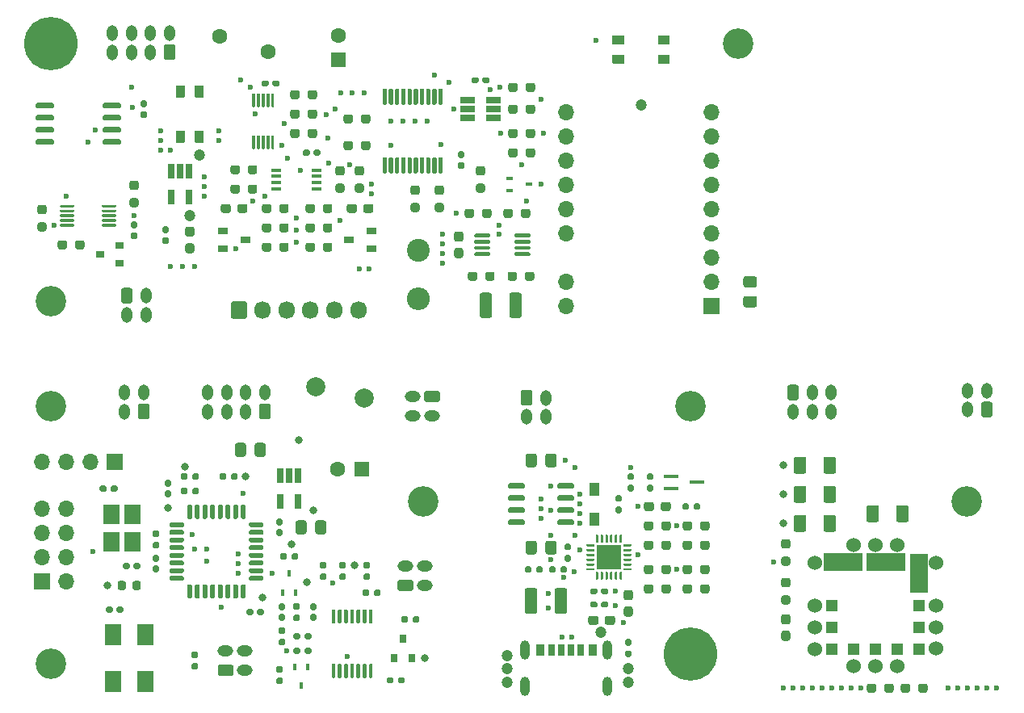
<source format=gts>
G04 #@! TF.GenerationSoftware,KiCad,Pcbnew,(5.1.10-1-10_14)*
G04 #@! TF.CreationDate,2022-05-12T09:45:16+09:00*
G04 #@! TF.ProjectId,EH-900,45482d39-3030-42e6-9b69-6361645f7063,rev?*
G04 #@! TF.SameCoordinates,PX5f5e100PY510ff40*
G04 #@! TF.FileFunction,Soldermask,Top*
G04 #@! TF.FilePolarity,Negative*
%FSLAX46Y46*%
G04 Gerber Fmt 4.6, Leading zero omitted, Abs format (unit mm)*
G04 Created by KiCad (PCBNEW (5.1.10-1-10_14)) date 2022-05-12 09:45:16*
%MOMM*%
%LPD*%
G01*
G04 APERTURE LIST*
%ADD10C,0.500000*%
%ADD11R,0.700000X1.150000*%
%ADD12R,0.800000X1.150000*%
%ADD13R,0.900000X1.150000*%
%ADD14O,1.000000X2.000000*%
%ADD15C,1.524000*%
%ADD16R,1.145000X1.145000*%
%ADD17R,4.190000X1.905000*%
%ADD18R,1.905000X4.190000*%
%ADD19O,1.200000X1.650000*%
%ADD20R,0.900000X0.800000*%
%ADD21C,3.200000*%
%ADD22R,2.600000X2.600000*%
%ADD23R,1.500000X0.450000*%
%ADD24R,1.100000X1.400000*%
%ADD25R,1.560000X0.650000*%
%ADD26O,1.700000X1.700000*%
%ADD27R,1.700000X1.700000*%
%ADD28C,1.600000*%
%ADD29R,1.600000X1.600000*%
%ADD30C,4.000000*%
%ADD31C,5.600000*%
%ADD32C,3.600000*%
%ADD33C,2.010000*%
%ADD34O,1.650000X1.200000*%
%ADD35R,1.800000X2.100000*%
%ADD36R,1.800000X2.250000*%
%ADD37O,1.700000X1.850000*%
%ADD38R,0.700000X0.450000*%
%ADD39R,0.450000X0.700000*%
%ADD40R,1.100000X0.400000*%
%ADD41R,1.000000X0.800000*%
%ADD42O,2.400000X2.400000*%
%ADD43C,2.400000*%
%ADD44R,0.650000X1.560000*%
%ADD45R,0.800000X0.900000*%
%ADD46C,1.200000*%
%ADD47C,0.600000*%
%ADD48C,0.800000*%
G04 APERTURE END LIST*
G04 #@! TO.C,R320*
G36*
G01*
X90507000Y1661500D02*
X90507000Y1186500D01*
G75*
G02*
X90269500Y949000I-237500J0D01*
G01*
X89769500Y949000D01*
G75*
G02*
X89532000Y1186500I0J237500D01*
G01*
X89532000Y1661500D01*
G75*
G02*
X89769500Y1899000I237500J0D01*
G01*
X90269500Y1899000D01*
G75*
G02*
X90507000Y1661500I0J-237500D01*
G01*
G37*
G36*
G01*
X92332000Y1661500D02*
X92332000Y1186500D01*
G75*
G02*
X92094500Y949000I-237500J0D01*
G01*
X91594500Y949000D01*
G75*
G02*
X91357000Y1186500I0J237500D01*
G01*
X91357000Y1661500D01*
G75*
G02*
X91594500Y1899000I237500J0D01*
G01*
X92094500Y1899000D01*
G75*
G02*
X92332000Y1661500I0J-237500D01*
G01*
G37*
G04 #@! TD*
G04 #@! TO.C,R319*
G36*
G01*
X94063000Y1661500D02*
X94063000Y1186500D01*
G75*
G02*
X93825500Y949000I-237500J0D01*
G01*
X93325500Y949000D01*
G75*
G02*
X93088000Y1186500I0J237500D01*
G01*
X93088000Y1661500D01*
G75*
G02*
X93325500Y1899000I237500J0D01*
G01*
X93825500Y1899000D01*
G75*
G02*
X94063000Y1661500I0J-237500D01*
G01*
G37*
G36*
G01*
X95888000Y1661500D02*
X95888000Y1186500D01*
G75*
G02*
X95650500Y949000I-237500J0D01*
G01*
X95150500Y949000D01*
G75*
G02*
X94913000Y1186500I0J237500D01*
G01*
X94913000Y1661500D01*
G75*
G02*
X95150500Y1899000I237500J0D01*
G01*
X95650500Y1899000D01*
G75*
G02*
X95888000Y1661500I0J-237500D01*
G01*
G37*
G04 #@! TD*
G04 #@! TO.C,R318*
G36*
G01*
X81263500Y12009000D02*
X80788500Y12009000D01*
G75*
G02*
X80551000Y12246500I0J237500D01*
G01*
X80551000Y12746500D01*
G75*
G02*
X80788500Y12984000I237500J0D01*
G01*
X81263500Y12984000D01*
G75*
G02*
X81501000Y12746500I0J-237500D01*
G01*
X81501000Y12246500D01*
G75*
G02*
X81263500Y12009000I-237500J0D01*
G01*
G37*
G36*
G01*
X81263500Y10184000D02*
X80788500Y10184000D01*
G75*
G02*
X80551000Y10421500I0J237500D01*
G01*
X80551000Y10921500D01*
G75*
G02*
X80788500Y11159000I237500J0D01*
G01*
X81263500Y11159000D01*
G75*
G02*
X81501000Y10921500I0J-237500D01*
G01*
X81501000Y10421500D01*
G75*
G02*
X81263500Y10184000I-237500J0D01*
G01*
G37*
G04 #@! TD*
G04 #@! TO.C,R317*
G36*
G01*
X81263500Y16073000D02*
X80788500Y16073000D01*
G75*
G02*
X80551000Y16310500I0J237500D01*
G01*
X80551000Y16810500D01*
G75*
G02*
X80788500Y17048000I237500J0D01*
G01*
X81263500Y17048000D01*
G75*
G02*
X81501000Y16810500I0J-237500D01*
G01*
X81501000Y16310500D01*
G75*
G02*
X81263500Y16073000I-237500J0D01*
G01*
G37*
G36*
G01*
X81263500Y14248000D02*
X80788500Y14248000D01*
G75*
G02*
X80551000Y14485500I0J237500D01*
G01*
X80551000Y14985500D01*
G75*
G02*
X80788500Y15223000I237500J0D01*
G01*
X81263500Y15223000D01*
G75*
G02*
X81501000Y14985500I0J-237500D01*
G01*
X81501000Y14485500D01*
G75*
G02*
X81263500Y14248000I-237500J0D01*
G01*
G37*
G04 #@! TD*
D10*
G04 #@! TO.C,J301*
X53680000Y5550000D03*
X53680000Y5650000D03*
X53680000Y5250000D03*
X53680000Y5150000D03*
X53680000Y5050000D03*
X53680000Y5750000D03*
X53680000Y5350000D03*
X53680000Y5450000D03*
X53680000Y1250000D03*
X53680000Y1950000D03*
X53680000Y1550000D03*
X53680000Y1650000D03*
X53680000Y1850000D03*
X53680000Y1450000D03*
X53680000Y1350000D03*
X53680000Y1750000D03*
X62320000Y1250000D03*
X62320000Y1950000D03*
X62320000Y1550000D03*
X62320000Y1650000D03*
X62320000Y1850000D03*
X62320000Y1450000D03*
X62320000Y1350000D03*
X62320000Y1750000D03*
X62320000Y5050000D03*
X62320000Y5150000D03*
X62320000Y5250000D03*
X62320000Y5550000D03*
X62320000Y5600000D03*
X62320000Y5650000D03*
X62320000Y5350000D03*
X62320000Y5750000D03*
D11*
X58500000Y5405000D03*
X57500000Y5405000D03*
D12*
X56480000Y5405000D03*
X59520000Y5405000D03*
D13*
X55250000Y5405000D03*
X60750000Y5405000D03*
D14*
X53680000Y5400000D03*
X62320000Y5400000D03*
X53680000Y1600000D03*
X62320000Y1600000D03*
D10*
X62320000Y5450000D03*
G04 #@! TD*
D15*
G04 #@! TO.C,U302*
X84074000Y14560000D03*
X96774000Y14560000D03*
X88174000Y16410000D03*
X92674000Y16410000D03*
D16*
X85854000Y10060000D03*
D17*
X86994000Y14630000D03*
X91564000Y14630000D03*
D18*
X94994000Y13490000D03*
D16*
X94994000Y10060000D03*
X94994000Y5490000D03*
X90424000Y5490000D03*
X88134000Y5490000D03*
X85854000Y5490000D03*
X85854000Y7770000D03*
X94994000Y7770000D03*
X92714000Y5490000D03*
D15*
X84074000Y10060000D03*
X84074000Y7770000D03*
X84074000Y5480000D03*
X96774000Y10060000D03*
X96774000Y7810000D03*
X96774000Y5560000D03*
X88174000Y3710000D03*
X90424000Y3710000D03*
X92674000Y3710000D03*
X90424000Y16410000D03*
G04 #@! TD*
G04 #@! TO.C,CN301*
G36*
G01*
X53248000Y31296999D02*
X53248000Y32447001D01*
G75*
G02*
X53497999Y32697000I249999J0D01*
G01*
X54198001Y32697000D01*
G75*
G02*
X54448000Y32447001I0J-249999D01*
G01*
X54448000Y31296999D01*
G75*
G02*
X54198001Y31047000I-249999J0D01*
G01*
X53497999Y31047000D01*
G75*
G02*
X53248000Y31296999I0J249999D01*
G01*
G37*
D19*
X55848000Y31872000D03*
X53848000Y29872000D03*
X55848000Y29872000D03*
G04 #@! TD*
G04 #@! TO.C,CN304*
X100108000Y32634000D03*
X102108000Y32634000D03*
X100108000Y30634000D03*
G36*
G01*
X102708000Y31209001D02*
X102708000Y30058999D01*
G75*
G02*
X102458001Y29809000I-249999J0D01*
G01*
X101757999Y29809000D01*
G75*
G02*
X101508000Y30058999I0J249999D01*
G01*
X101508000Y31209001D01*
G75*
G02*
X101757999Y31459000I249999J0D01*
G01*
X102458001Y31459000D01*
G75*
G02*
X102708000Y31209001I0J-249999D01*
G01*
G37*
G04 #@! TD*
G04 #@! TO.C,CN302*
X85788000Y30412000D03*
X83788000Y30412000D03*
X81788000Y30412000D03*
X85788000Y32412000D03*
X83788000Y32412000D03*
G36*
G01*
X81188000Y31836999D02*
X81188000Y32987001D01*
G75*
G02*
X81437999Y33237000I249999J0D01*
G01*
X82138001Y33237000D01*
G75*
G02*
X82388000Y32987001I0J-249999D01*
G01*
X82388000Y31836999D01*
G75*
G02*
X82138001Y31587000I-249999J0D01*
G01*
X81437999Y31587000D01*
G75*
G02*
X81188000Y31836999I0J249999D01*
G01*
G37*
G04 #@! TD*
D20*
G04 #@! TO.C,D403*
X9160000Y46890000D03*
X11160000Y47840000D03*
X11160000Y45940000D03*
G04 #@! TD*
D21*
G04 #@! TO.C,REF\u002A\u002A*
X100000000Y21000000D03*
G04 #@! TD*
G04 #@! TO.C,C312*
G36*
G01*
X90794000Y20362003D02*
X90794000Y19061997D01*
G75*
G02*
X90544003Y18812000I-249997J0D01*
G01*
X89718997Y18812000D01*
G75*
G02*
X89469000Y19061997I0J249997D01*
G01*
X89469000Y20362003D01*
G75*
G02*
X89718997Y20612000I249997J0D01*
G01*
X90544003Y20612000D01*
G75*
G02*
X90794000Y20362003I0J-249997D01*
G01*
G37*
G36*
G01*
X93919000Y20362003D02*
X93919000Y19061997D01*
G75*
G02*
X93669003Y18812000I-249997J0D01*
G01*
X92843997Y18812000D01*
G75*
G02*
X92594000Y19061997I0J249997D01*
G01*
X92594000Y20362003D01*
G75*
G02*
X92843997Y20612000I249997J0D01*
G01*
X93669003Y20612000D01*
G75*
G02*
X93919000Y20362003I0J-249997D01*
G01*
G37*
G04 #@! TD*
G04 #@! TO.C,C311*
G36*
G01*
X81263500Y8099000D02*
X80788500Y8099000D01*
G75*
G02*
X80551000Y8336500I0J237500D01*
G01*
X80551000Y8936500D01*
G75*
G02*
X80788500Y9174000I237500J0D01*
G01*
X81263500Y9174000D01*
G75*
G02*
X81501000Y8936500I0J-237500D01*
G01*
X81501000Y8336500D01*
G75*
G02*
X81263500Y8099000I-237500J0D01*
G01*
G37*
G36*
G01*
X81263500Y6374000D02*
X80788500Y6374000D01*
G75*
G02*
X80551000Y6611500I0J237500D01*
G01*
X80551000Y7211500D01*
G75*
G02*
X80788500Y7449000I237500J0D01*
G01*
X81263500Y7449000D01*
G75*
G02*
X81501000Y7211500I0J-237500D01*
G01*
X81501000Y6611500D01*
G75*
G02*
X81263500Y6374000I-237500J0D01*
G01*
G37*
G04 #@! TD*
G04 #@! TO.C,C310*
G36*
G01*
X83174000Y25442003D02*
X83174000Y24141997D01*
G75*
G02*
X82924003Y23892000I-249997J0D01*
G01*
X82098997Y23892000D01*
G75*
G02*
X81849000Y24141997I0J249997D01*
G01*
X81849000Y25442003D01*
G75*
G02*
X82098997Y25692000I249997J0D01*
G01*
X82924003Y25692000D01*
G75*
G02*
X83174000Y25442003I0J-249997D01*
G01*
G37*
G36*
G01*
X86299000Y25442003D02*
X86299000Y24141997D01*
G75*
G02*
X86049003Y23892000I-249997J0D01*
G01*
X85223997Y23892000D01*
G75*
G02*
X84974000Y24141997I0J249997D01*
G01*
X84974000Y25442003D01*
G75*
G02*
X85223997Y25692000I249997J0D01*
G01*
X86049003Y25692000D01*
G75*
G02*
X86299000Y25442003I0J-249997D01*
G01*
G37*
G04 #@! TD*
G04 #@! TO.C,C309*
G36*
G01*
X83174000Y19346003D02*
X83174000Y18045997D01*
G75*
G02*
X82924003Y17796000I-249997J0D01*
G01*
X82098997Y17796000D01*
G75*
G02*
X81849000Y18045997I0J249997D01*
G01*
X81849000Y19346003D01*
G75*
G02*
X82098997Y19596000I249997J0D01*
G01*
X82924003Y19596000D01*
G75*
G02*
X83174000Y19346003I0J-249997D01*
G01*
G37*
G36*
G01*
X86299000Y19346003D02*
X86299000Y18045997D01*
G75*
G02*
X86049003Y17796000I-249997J0D01*
G01*
X85223997Y17796000D01*
G75*
G02*
X84974000Y18045997I0J249997D01*
G01*
X84974000Y19346003D01*
G75*
G02*
X85223997Y19596000I249997J0D01*
G01*
X86049003Y19596000D01*
G75*
G02*
X86299000Y19346003I0J-249997D01*
G01*
G37*
G04 #@! TD*
G04 #@! TO.C,C308*
G36*
G01*
X83174000Y22394003D02*
X83174000Y21093997D01*
G75*
G02*
X82924003Y20844000I-249997J0D01*
G01*
X82098997Y20844000D01*
G75*
G02*
X81849000Y21093997I0J249997D01*
G01*
X81849000Y22394003D01*
G75*
G02*
X82098997Y22644000I249997J0D01*
G01*
X82924003Y22644000D01*
G75*
G02*
X83174000Y22394003I0J-249997D01*
G01*
G37*
G36*
G01*
X86299000Y22394003D02*
X86299000Y21093997D01*
G75*
G02*
X86049003Y20844000I-249997J0D01*
G01*
X85223997Y20844000D01*
G75*
G02*
X84974000Y21093997I0J249997D01*
G01*
X84974000Y22394003D01*
G75*
G02*
X85223997Y22644000I249997J0D01*
G01*
X86049003Y22644000D01*
G75*
G02*
X86299000Y22394003I0J-249997D01*
G01*
G37*
G04 #@! TD*
D22*
G04 #@! TO.C,U301*
X62484000Y15140000D03*
G36*
G01*
X63859000Y13552500D02*
X63859000Y12852500D01*
G75*
G02*
X63796500Y12790000I-62500J0D01*
G01*
X63671500Y12790000D01*
G75*
G02*
X63609000Y12852500I0J62500D01*
G01*
X63609000Y13552500D01*
G75*
G02*
X63671500Y13615000I62500J0D01*
G01*
X63796500Y13615000D01*
G75*
G02*
X63859000Y13552500I0J-62500D01*
G01*
G37*
G36*
G01*
X63359000Y13552500D02*
X63359000Y12852500D01*
G75*
G02*
X63296500Y12790000I-62500J0D01*
G01*
X63171500Y12790000D01*
G75*
G02*
X63109000Y12852500I0J62500D01*
G01*
X63109000Y13552500D01*
G75*
G02*
X63171500Y13615000I62500J0D01*
G01*
X63296500Y13615000D01*
G75*
G02*
X63359000Y13552500I0J-62500D01*
G01*
G37*
G36*
G01*
X62859000Y13552500D02*
X62859000Y12852500D01*
G75*
G02*
X62796500Y12790000I-62500J0D01*
G01*
X62671500Y12790000D01*
G75*
G02*
X62609000Y12852500I0J62500D01*
G01*
X62609000Y13552500D01*
G75*
G02*
X62671500Y13615000I62500J0D01*
G01*
X62796500Y13615000D01*
G75*
G02*
X62859000Y13552500I0J-62500D01*
G01*
G37*
G36*
G01*
X62359000Y13552500D02*
X62359000Y12852500D01*
G75*
G02*
X62296500Y12790000I-62500J0D01*
G01*
X62171500Y12790000D01*
G75*
G02*
X62109000Y12852500I0J62500D01*
G01*
X62109000Y13552500D01*
G75*
G02*
X62171500Y13615000I62500J0D01*
G01*
X62296500Y13615000D01*
G75*
G02*
X62359000Y13552500I0J-62500D01*
G01*
G37*
G36*
G01*
X61859000Y13552500D02*
X61859000Y12852500D01*
G75*
G02*
X61796500Y12790000I-62500J0D01*
G01*
X61671500Y12790000D01*
G75*
G02*
X61609000Y12852500I0J62500D01*
G01*
X61609000Y13552500D01*
G75*
G02*
X61671500Y13615000I62500J0D01*
G01*
X61796500Y13615000D01*
G75*
G02*
X61859000Y13552500I0J-62500D01*
G01*
G37*
G36*
G01*
X61359000Y13552500D02*
X61359000Y12852500D01*
G75*
G02*
X61296500Y12790000I-62500J0D01*
G01*
X61171500Y12790000D01*
G75*
G02*
X61109000Y12852500I0J62500D01*
G01*
X61109000Y13552500D01*
G75*
G02*
X61171500Y13615000I62500J0D01*
G01*
X61296500Y13615000D01*
G75*
G02*
X61359000Y13552500I0J-62500D01*
G01*
G37*
G36*
G01*
X60959000Y13952500D02*
X60959000Y13827500D01*
G75*
G02*
X60896500Y13765000I-62500J0D01*
G01*
X60196500Y13765000D01*
G75*
G02*
X60134000Y13827500I0J62500D01*
G01*
X60134000Y13952500D01*
G75*
G02*
X60196500Y14015000I62500J0D01*
G01*
X60896500Y14015000D01*
G75*
G02*
X60959000Y13952500I0J-62500D01*
G01*
G37*
G36*
G01*
X60959000Y14452500D02*
X60959000Y14327500D01*
G75*
G02*
X60896500Y14265000I-62500J0D01*
G01*
X60196500Y14265000D01*
G75*
G02*
X60134000Y14327500I0J62500D01*
G01*
X60134000Y14452500D01*
G75*
G02*
X60196500Y14515000I62500J0D01*
G01*
X60896500Y14515000D01*
G75*
G02*
X60959000Y14452500I0J-62500D01*
G01*
G37*
G36*
G01*
X60959000Y14952500D02*
X60959000Y14827500D01*
G75*
G02*
X60896500Y14765000I-62500J0D01*
G01*
X60196500Y14765000D01*
G75*
G02*
X60134000Y14827500I0J62500D01*
G01*
X60134000Y14952500D01*
G75*
G02*
X60196500Y15015000I62500J0D01*
G01*
X60896500Y15015000D01*
G75*
G02*
X60959000Y14952500I0J-62500D01*
G01*
G37*
G36*
G01*
X60959000Y15452500D02*
X60959000Y15327500D01*
G75*
G02*
X60896500Y15265000I-62500J0D01*
G01*
X60196500Y15265000D01*
G75*
G02*
X60134000Y15327500I0J62500D01*
G01*
X60134000Y15452500D01*
G75*
G02*
X60196500Y15515000I62500J0D01*
G01*
X60896500Y15515000D01*
G75*
G02*
X60959000Y15452500I0J-62500D01*
G01*
G37*
G36*
G01*
X60959000Y15952500D02*
X60959000Y15827500D01*
G75*
G02*
X60896500Y15765000I-62500J0D01*
G01*
X60196500Y15765000D01*
G75*
G02*
X60134000Y15827500I0J62500D01*
G01*
X60134000Y15952500D01*
G75*
G02*
X60196500Y16015000I62500J0D01*
G01*
X60896500Y16015000D01*
G75*
G02*
X60959000Y15952500I0J-62500D01*
G01*
G37*
G36*
G01*
X60959000Y16452500D02*
X60959000Y16327500D01*
G75*
G02*
X60896500Y16265000I-62500J0D01*
G01*
X60196500Y16265000D01*
G75*
G02*
X60134000Y16327500I0J62500D01*
G01*
X60134000Y16452500D01*
G75*
G02*
X60196500Y16515000I62500J0D01*
G01*
X60896500Y16515000D01*
G75*
G02*
X60959000Y16452500I0J-62500D01*
G01*
G37*
G36*
G01*
X61359000Y17427500D02*
X61359000Y16727500D01*
G75*
G02*
X61296500Y16665000I-62500J0D01*
G01*
X61171500Y16665000D01*
G75*
G02*
X61109000Y16727500I0J62500D01*
G01*
X61109000Y17427500D01*
G75*
G02*
X61171500Y17490000I62500J0D01*
G01*
X61296500Y17490000D01*
G75*
G02*
X61359000Y17427500I0J-62500D01*
G01*
G37*
G36*
G01*
X61859000Y17427500D02*
X61859000Y16727500D01*
G75*
G02*
X61796500Y16665000I-62500J0D01*
G01*
X61671500Y16665000D01*
G75*
G02*
X61609000Y16727500I0J62500D01*
G01*
X61609000Y17427500D01*
G75*
G02*
X61671500Y17490000I62500J0D01*
G01*
X61796500Y17490000D01*
G75*
G02*
X61859000Y17427500I0J-62500D01*
G01*
G37*
G36*
G01*
X62359000Y17427500D02*
X62359000Y16727500D01*
G75*
G02*
X62296500Y16665000I-62500J0D01*
G01*
X62171500Y16665000D01*
G75*
G02*
X62109000Y16727500I0J62500D01*
G01*
X62109000Y17427500D01*
G75*
G02*
X62171500Y17490000I62500J0D01*
G01*
X62296500Y17490000D01*
G75*
G02*
X62359000Y17427500I0J-62500D01*
G01*
G37*
G36*
G01*
X62859000Y17427500D02*
X62859000Y16727500D01*
G75*
G02*
X62796500Y16665000I-62500J0D01*
G01*
X62671500Y16665000D01*
G75*
G02*
X62609000Y16727500I0J62500D01*
G01*
X62609000Y17427500D01*
G75*
G02*
X62671500Y17490000I62500J0D01*
G01*
X62796500Y17490000D01*
G75*
G02*
X62859000Y17427500I0J-62500D01*
G01*
G37*
G36*
G01*
X63359000Y17427500D02*
X63359000Y16727500D01*
G75*
G02*
X63296500Y16665000I-62500J0D01*
G01*
X63171500Y16665000D01*
G75*
G02*
X63109000Y16727500I0J62500D01*
G01*
X63109000Y17427500D01*
G75*
G02*
X63171500Y17490000I62500J0D01*
G01*
X63296500Y17490000D01*
G75*
G02*
X63359000Y17427500I0J-62500D01*
G01*
G37*
G36*
G01*
X63859000Y17427500D02*
X63859000Y16727500D01*
G75*
G02*
X63796500Y16665000I-62500J0D01*
G01*
X63671500Y16665000D01*
G75*
G02*
X63609000Y16727500I0J62500D01*
G01*
X63609000Y17427500D01*
G75*
G02*
X63671500Y17490000I62500J0D01*
G01*
X63796500Y17490000D01*
G75*
G02*
X63859000Y17427500I0J-62500D01*
G01*
G37*
G36*
G01*
X64834000Y16452500D02*
X64834000Y16327500D01*
G75*
G02*
X64771500Y16265000I-62500J0D01*
G01*
X64071500Y16265000D01*
G75*
G02*
X64009000Y16327500I0J62500D01*
G01*
X64009000Y16452500D01*
G75*
G02*
X64071500Y16515000I62500J0D01*
G01*
X64771500Y16515000D01*
G75*
G02*
X64834000Y16452500I0J-62500D01*
G01*
G37*
G36*
G01*
X64834000Y15952500D02*
X64834000Y15827500D01*
G75*
G02*
X64771500Y15765000I-62500J0D01*
G01*
X64071500Y15765000D01*
G75*
G02*
X64009000Y15827500I0J62500D01*
G01*
X64009000Y15952500D01*
G75*
G02*
X64071500Y16015000I62500J0D01*
G01*
X64771500Y16015000D01*
G75*
G02*
X64834000Y15952500I0J-62500D01*
G01*
G37*
G36*
G01*
X64834000Y15452500D02*
X64834000Y15327500D01*
G75*
G02*
X64771500Y15265000I-62500J0D01*
G01*
X64071500Y15265000D01*
G75*
G02*
X64009000Y15327500I0J62500D01*
G01*
X64009000Y15452500D01*
G75*
G02*
X64071500Y15515000I62500J0D01*
G01*
X64771500Y15515000D01*
G75*
G02*
X64834000Y15452500I0J-62500D01*
G01*
G37*
G36*
G01*
X64834000Y14952500D02*
X64834000Y14827500D01*
G75*
G02*
X64771500Y14765000I-62500J0D01*
G01*
X64071500Y14765000D01*
G75*
G02*
X64009000Y14827500I0J62500D01*
G01*
X64009000Y14952500D01*
G75*
G02*
X64071500Y15015000I62500J0D01*
G01*
X64771500Y15015000D01*
G75*
G02*
X64834000Y14952500I0J-62500D01*
G01*
G37*
G36*
G01*
X64834000Y14452500D02*
X64834000Y14327500D01*
G75*
G02*
X64771500Y14265000I-62500J0D01*
G01*
X64071500Y14265000D01*
G75*
G02*
X64009000Y14327500I0J62500D01*
G01*
X64009000Y14452500D01*
G75*
G02*
X64071500Y14515000I62500J0D01*
G01*
X64771500Y14515000D01*
G75*
G02*
X64834000Y14452500I0J-62500D01*
G01*
G37*
G36*
G01*
X64834000Y13952500D02*
X64834000Y13827500D01*
G75*
G02*
X64771500Y13765000I-62500J0D01*
G01*
X64071500Y13765000D01*
G75*
G02*
X64009000Y13827500I0J62500D01*
G01*
X64009000Y13952500D01*
G75*
G02*
X64071500Y14015000I62500J0D01*
G01*
X64771500Y14015000D01*
G75*
G02*
X64834000Y13952500I0J-62500D01*
G01*
G37*
G04 #@! TD*
D21*
G04 #@! TO.C,REF\u002A\u002A*
X71000000Y31000000D03*
G04 #@! TD*
G04 #@! TO.C,R305*
G36*
G01*
X64676000Y5855000D02*
X64356000Y5855000D01*
G75*
G02*
X64196000Y6015000I0J160000D01*
G01*
X64196000Y6410000D01*
G75*
G02*
X64356000Y6570000I160000J0D01*
G01*
X64676000Y6570000D01*
G75*
G02*
X64836000Y6410000I0J-160000D01*
G01*
X64836000Y6015000D01*
G75*
G02*
X64676000Y5855000I-160000J0D01*
G01*
G37*
G36*
G01*
X64676000Y4660000D02*
X64356000Y4660000D01*
G75*
G02*
X64196000Y4820000I0J160000D01*
G01*
X64196000Y5215000D01*
G75*
G02*
X64356000Y5375000I160000J0D01*
G01*
X64676000Y5375000D01*
G75*
G02*
X64836000Y5215000I0J-160000D01*
G01*
X64836000Y4820000D01*
G75*
G02*
X64676000Y4660000I-160000J0D01*
G01*
G37*
G04 #@! TD*
G04 #@! TO.C,D302*
G36*
G01*
X67214000Y20711500D02*
X67214000Y20236500D01*
G75*
G02*
X66976500Y19999000I-237500J0D01*
G01*
X66401500Y19999000D01*
G75*
G02*
X66164000Y20236500I0J237500D01*
G01*
X66164000Y20711500D01*
G75*
G02*
X66401500Y20949000I237500J0D01*
G01*
X66976500Y20949000D01*
G75*
G02*
X67214000Y20711500I0J-237500D01*
G01*
G37*
G36*
G01*
X68964000Y20711500D02*
X68964000Y20236500D01*
G75*
G02*
X68726500Y19999000I-237500J0D01*
G01*
X68151500Y19999000D01*
G75*
G02*
X67914000Y20236500I0J237500D01*
G01*
X67914000Y20711500D01*
G75*
G02*
X68151500Y20949000I237500J0D01*
G01*
X68726500Y20949000D01*
G75*
G02*
X68964000Y20711500I0J-237500D01*
G01*
G37*
G04 #@! TD*
G04 #@! TO.C,R316*
G36*
G01*
X71360000Y20314000D02*
X71360000Y20634000D01*
G75*
G02*
X71520000Y20794000I160000J0D01*
G01*
X71915000Y20794000D01*
G75*
G02*
X72075000Y20634000I0J-160000D01*
G01*
X72075000Y20314000D01*
G75*
G02*
X71915000Y20154000I-160000J0D01*
G01*
X71520000Y20154000D01*
G75*
G02*
X71360000Y20314000I0J160000D01*
G01*
G37*
G36*
G01*
X70165000Y20314000D02*
X70165000Y20634000D01*
G75*
G02*
X70325000Y20794000I160000J0D01*
G01*
X70720000Y20794000D01*
G75*
G02*
X70880000Y20634000I0J-160000D01*
G01*
X70880000Y20314000D01*
G75*
G02*
X70720000Y20154000I-160000J0D01*
G01*
X70325000Y20154000D01*
G75*
G02*
X70165000Y20314000I0J160000D01*
G01*
G37*
G04 #@! TD*
G04 #@! TO.C,R315*
G36*
G01*
X66642000Y22774000D02*
X66962000Y22774000D01*
G75*
G02*
X67122000Y22614000I0J-160000D01*
G01*
X67122000Y22219000D01*
G75*
G02*
X66962000Y22059000I-160000J0D01*
G01*
X66642000Y22059000D01*
G75*
G02*
X66482000Y22219000I0J160000D01*
G01*
X66482000Y22614000D01*
G75*
G02*
X66642000Y22774000I160000J0D01*
G01*
G37*
G36*
G01*
X66642000Y23969000D02*
X66962000Y23969000D01*
G75*
G02*
X67122000Y23809000I0J-160000D01*
G01*
X67122000Y23414000D01*
G75*
G02*
X66962000Y23254000I-160000J0D01*
G01*
X66642000Y23254000D01*
G75*
G02*
X66482000Y23414000I0J160000D01*
G01*
X66482000Y23809000D01*
G75*
G02*
X66642000Y23969000I160000J0D01*
G01*
G37*
G04 #@! TD*
G04 #@! TO.C,R314*
G36*
G01*
X58006000Y15408000D02*
X58326000Y15408000D01*
G75*
G02*
X58486000Y15248000I0J-160000D01*
G01*
X58486000Y14853000D01*
G75*
G02*
X58326000Y14693000I-160000J0D01*
G01*
X58006000Y14693000D01*
G75*
G02*
X57846000Y14853000I0J160000D01*
G01*
X57846000Y15248000D01*
G75*
G02*
X58006000Y15408000I160000J0D01*
G01*
G37*
G36*
G01*
X58006000Y16603000D02*
X58326000Y16603000D01*
G75*
G02*
X58486000Y16443000I0J-160000D01*
G01*
X58486000Y16048000D01*
G75*
G02*
X58326000Y15888000I-160000J0D01*
G01*
X58006000Y15888000D01*
G75*
G02*
X57846000Y16048000I0J160000D01*
G01*
X57846000Y16443000D01*
G75*
G02*
X58006000Y16603000I160000J0D01*
G01*
G37*
G04 #@! TD*
G04 #@! TO.C,R313*
G36*
G01*
X63660000Y20968000D02*
X63340000Y20968000D01*
G75*
G02*
X63180000Y21128000I0J160000D01*
G01*
X63180000Y21523000D01*
G75*
G02*
X63340000Y21683000I160000J0D01*
G01*
X63660000Y21683000D01*
G75*
G02*
X63820000Y21523000I0J-160000D01*
G01*
X63820000Y21128000D01*
G75*
G02*
X63660000Y20968000I-160000J0D01*
G01*
G37*
G36*
G01*
X63660000Y19773000D02*
X63340000Y19773000D01*
G75*
G02*
X63180000Y19933000I0J160000D01*
G01*
X63180000Y20328000D01*
G75*
G02*
X63340000Y20488000I160000J0D01*
G01*
X63660000Y20488000D01*
G75*
G02*
X63820000Y20328000I0J-160000D01*
G01*
X63820000Y19933000D01*
G75*
G02*
X63660000Y19773000I-160000J0D01*
G01*
G37*
G04 #@! TD*
G04 #@! TO.C,R312*
G36*
G01*
X64930000Y23254000D02*
X64610000Y23254000D01*
G75*
G02*
X64450000Y23414000I0J160000D01*
G01*
X64450000Y23809000D01*
G75*
G02*
X64610000Y23969000I160000J0D01*
G01*
X64930000Y23969000D01*
G75*
G02*
X65090000Y23809000I0J-160000D01*
G01*
X65090000Y23414000D01*
G75*
G02*
X64930000Y23254000I-160000J0D01*
G01*
G37*
G36*
G01*
X64930000Y22059000D02*
X64610000Y22059000D01*
G75*
G02*
X64450000Y22219000I0J160000D01*
G01*
X64450000Y22614000D01*
G75*
G02*
X64610000Y22774000I160000J0D01*
G01*
X64930000Y22774000D01*
G75*
G02*
X65090000Y22614000I0J-160000D01*
G01*
X65090000Y22219000D01*
G75*
G02*
X64930000Y22059000I-160000J0D01*
G01*
G37*
G04 #@! TD*
G04 #@! TO.C,R311*
G36*
G01*
X54850000Y13710000D02*
X54850000Y14030000D01*
G75*
G02*
X55010000Y14190000I160000J0D01*
G01*
X55405000Y14190000D01*
G75*
G02*
X55565000Y14030000I0J-160000D01*
G01*
X55565000Y13710000D01*
G75*
G02*
X55405000Y13550000I-160000J0D01*
G01*
X55010000Y13550000D01*
G75*
G02*
X54850000Y13710000I0J160000D01*
G01*
G37*
G36*
G01*
X53655000Y13710000D02*
X53655000Y14030000D01*
G75*
G02*
X53815000Y14190000I160000J0D01*
G01*
X54210000Y14190000D01*
G75*
G02*
X54370000Y14030000I0J-160000D01*
G01*
X54370000Y13710000D01*
G75*
G02*
X54210000Y13550000I-160000J0D01*
G01*
X53815000Y13550000D01*
G75*
G02*
X53655000Y13710000I0J160000D01*
G01*
G37*
G04 #@! TD*
G04 #@! TO.C,R310*
G36*
G01*
X57390000Y13710000D02*
X57390000Y14030000D01*
G75*
G02*
X57550000Y14190000I160000J0D01*
G01*
X57945000Y14190000D01*
G75*
G02*
X58105000Y14030000I0J-160000D01*
G01*
X58105000Y13710000D01*
G75*
G02*
X57945000Y13550000I-160000J0D01*
G01*
X57550000Y13550000D01*
G75*
G02*
X57390000Y13710000I0J160000D01*
G01*
G37*
G36*
G01*
X56195000Y13710000D02*
X56195000Y14030000D01*
G75*
G02*
X56355000Y14190000I160000J0D01*
G01*
X56750000Y14190000D01*
G75*
G02*
X56910000Y14030000I0J-160000D01*
G01*
X56910000Y13710000D01*
G75*
G02*
X56750000Y13550000I-160000J0D01*
G01*
X56355000Y13550000D01*
G75*
G02*
X56195000Y13710000I0J160000D01*
G01*
G37*
G04 #@! TD*
G04 #@! TO.C,R309*
G36*
G01*
X67989000Y11600500D02*
X67989000Y12075500D01*
G75*
G02*
X68226500Y12313000I237500J0D01*
G01*
X68726500Y12313000D01*
G75*
G02*
X68964000Y12075500I0J-237500D01*
G01*
X68964000Y11600500D01*
G75*
G02*
X68726500Y11363000I-237500J0D01*
G01*
X68226500Y11363000D01*
G75*
G02*
X67989000Y11600500I0J237500D01*
G01*
G37*
G36*
G01*
X66164000Y11600500D02*
X66164000Y12075500D01*
G75*
G02*
X66401500Y12313000I237500J0D01*
G01*
X66901500Y12313000D01*
G75*
G02*
X67139000Y12075500I0J-237500D01*
G01*
X67139000Y11600500D01*
G75*
G02*
X66901500Y11363000I-237500J0D01*
G01*
X66401500Y11363000D01*
G75*
G02*
X66164000Y11600500I0J237500D01*
G01*
G37*
G04 #@! TD*
G04 #@! TO.C,R308*
G36*
G01*
X67139000Y14107500D02*
X67139000Y13632500D01*
G75*
G02*
X66901500Y13395000I-237500J0D01*
G01*
X66401500Y13395000D01*
G75*
G02*
X66164000Y13632500I0J237500D01*
G01*
X66164000Y14107500D01*
G75*
G02*
X66401500Y14345000I237500J0D01*
G01*
X66901500Y14345000D01*
G75*
G02*
X67139000Y14107500I0J-237500D01*
G01*
G37*
G36*
G01*
X68964000Y14107500D02*
X68964000Y13632500D01*
G75*
G02*
X68726500Y13395000I-237500J0D01*
G01*
X68226500Y13395000D01*
G75*
G02*
X67989000Y13632500I0J237500D01*
G01*
X67989000Y14107500D01*
G75*
G02*
X68226500Y14345000I237500J0D01*
G01*
X68726500Y14345000D01*
G75*
G02*
X68964000Y14107500I0J-237500D01*
G01*
G37*
G04 #@! TD*
G04 #@! TO.C,R307*
G36*
G01*
X71203000Y12075500D02*
X71203000Y11600500D01*
G75*
G02*
X70965500Y11363000I-237500J0D01*
G01*
X70465500Y11363000D01*
G75*
G02*
X70228000Y11600500I0J237500D01*
G01*
X70228000Y12075500D01*
G75*
G02*
X70465500Y12313000I237500J0D01*
G01*
X70965500Y12313000D01*
G75*
G02*
X71203000Y12075500I0J-237500D01*
G01*
G37*
G36*
G01*
X73028000Y12075500D02*
X73028000Y11600500D01*
G75*
G02*
X72790500Y11363000I-237500J0D01*
G01*
X72290500Y11363000D01*
G75*
G02*
X72053000Y11600500I0J237500D01*
G01*
X72053000Y12075500D01*
G75*
G02*
X72290500Y12313000I237500J0D01*
G01*
X72790500Y12313000D01*
G75*
G02*
X73028000Y12075500I0J-237500D01*
G01*
G37*
G04 #@! TD*
G04 #@! TO.C,R306*
G36*
G01*
X72053000Y13632500D02*
X72053000Y14107500D01*
G75*
G02*
X72290500Y14345000I237500J0D01*
G01*
X72790500Y14345000D01*
G75*
G02*
X73028000Y14107500I0J-237500D01*
G01*
X73028000Y13632500D01*
G75*
G02*
X72790500Y13395000I-237500J0D01*
G01*
X72290500Y13395000D01*
G75*
G02*
X72053000Y13632500I0J237500D01*
G01*
G37*
G36*
G01*
X70228000Y13632500D02*
X70228000Y14107500D01*
G75*
G02*
X70465500Y14345000I237500J0D01*
G01*
X70965500Y14345000D01*
G75*
G02*
X71203000Y14107500I0J-237500D01*
G01*
X71203000Y13632500D01*
G75*
G02*
X70965500Y13395000I-237500J0D01*
G01*
X70465500Y13395000D01*
G75*
G02*
X70228000Y13632500I0J237500D01*
G01*
G37*
G04 #@! TD*
G04 #@! TO.C,R304*
G36*
G01*
X67989000Y16172500D02*
X67989000Y16647500D01*
G75*
G02*
X68226500Y16885000I237500J0D01*
G01*
X68726500Y16885000D01*
G75*
G02*
X68964000Y16647500I0J-237500D01*
G01*
X68964000Y16172500D01*
G75*
G02*
X68726500Y15935000I-237500J0D01*
G01*
X68226500Y15935000D01*
G75*
G02*
X67989000Y16172500I0J237500D01*
G01*
G37*
G36*
G01*
X66164000Y16172500D02*
X66164000Y16647500D01*
G75*
G02*
X66401500Y16885000I237500J0D01*
G01*
X66901500Y16885000D01*
G75*
G02*
X67139000Y16647500I0J-237500D01*
G01*
X67139000Y16172500D01*
G75*
G02*
X66901500Y15935000I-237500J0D01*
G01*
X66401500Y15935000D01*
G75*
G02*
X66164000Y16172500I0J237500D01*
G01*
G37*
G04 #@! TD*
G04 #@! TO.C,R303*
G36*
G01*
X67139000Y18679500D02*
X67139000Y18204500D01*
G75*
G02*
X66901500Y17967000I-237500J0D01*
G01*
X66401500Y17967000D01*
G75*
G02*
X66164000Y18204500I0J237500D01*
G01*
X66164000Y18679500D01*
G75*
G02*
X66401500Y18917000I237500J0D01*
G01*
X66901500Y18917000D01*
G75*
G02*
X67139000Y18679500I0J-237500D01*
G01*
G37*
G36*
G01*
X68964000Y18679500D02*
X68964000Y18204500D01*
G75*
G02*
X68726500Y17967000I-237500J0D01*
G01*
X68226500Y17967000D01*
G75*
G02*
X67989000Y18204500I0J237500D01*
G01*
X67989000Y18679500D01*
G75*
G02*
X68226500Y18917000I237500J0D01*
G01*
X68726500Y18917000D01*
G75*
G02*
X68964000Y18679500I0J-237500D01*
G01*
G37*
G04 #@! TD*
G04 #@! TO.C,R302*
G36*
G01*
X71203000Y16647500D02*
X71203000Y16172500D01*
G75*
G02*
X70965500Y15935000I-237500J0D01*
G01*
X70465500Y15935000D01*
G75*
G02*
X70228000Y16172500I0J237500D01*
G01*
X70228000Y16647500D01*
G75*
G02*
X70465500Y16885000I237500J0D01*
G01*
X70965500Y16885000D01*
G75*
G02*
X71203000Y16647500I0J-237500D01*
G01*
G37*
G36*
G01*
X73028000Y16647500D02*
X73028000Y16172500D01*
G75*
G02*
X72790500Y15935000I-237500J0D01*
G01*
X72290500Y15935000D01*
G75*
G02*
X72053000Y16172500I0J237500D01*
G01*
X72053000Y16647500D01*
G75*
G02*
X72290500Y16885000I237500J0D01*
G01*
X72790500Y16885000D01*
G75*
G02*
X73028000Y16647500I0J-237500D01*
G01*
G37*
G04 #@! TD*
G04 #@! TO.C,R301*
G36*
G01*
X72053000Y18204500D02*
X72053000Y18679500D01*
G75*
G02*
X72290500Y18917000I237500J0D01*
G01*
X72790500Y18917000D01*
G75*
G02*
X73028000Y18679500I0J-237500D01*
G01*
X73028000Y18204500D01*
G75*
G02*
X72790500Y17967000I-237500J0D01*
G01*
X72290500Y17967000D01*
G75*
G02*
X72053000Y18204500I0J237500D01*
G01*
G37*
G36*
G01*
X70228000Y18204500D02*
X70228000Y18679500D01*
G75*
G02*
X70465500Y18917000I237500J0D01*
G01*
X70965500Y18917000D01*
G75*
G02*
X71203000Y18679500I0J-237500D01*
G01*
X71203000Y18204500D01*
G75*
G02*
X70965500Y17967000I-237500J0D01*
G01*
X70465500Y17967000D01*
G75*
G02*
X70228000Y18204500I0J237500D01*
G01*
G37*
G04 #@! TD*
D23*
G04 #@! TO.C,Q302*
X71688000Y23014000D03*
X69028000Y22364000D03*
X69028000Y23664000D03*
G04 #@! TD*
G04 #@! TO.C,Q301*
G36*
G01*
X53672000Y18973000D02*
X53672000Y18673000D01*
G75*
G02*
X53522000Y18523000I-150000J0D01*
G01*
X52072000Y18523000D01*
G75*
G02*
X51922000Y18673000I0J150000D01*
G01*
X51922000Y18973000D01*
G75*
G02*
X52072000Y19123000I150000J0D01*
G01*
X53522000Y19123000D01*
G75*
G02*
X53672000Y18973000I0J-150000D01*
G01*
G37*
G36*
G01*
X53672000Y20243000D02*
X53672000Y19943000D01*
G75*
G02*
X53522000Y19793000I-150000J0D01*
G01*
X52072000Y19793000D01*
G75*
G02*
X51922000Y19943000I0J150000D01*
G01*
X51922000Y20243000D01*
G75*
G02*
X52072000Y20393000I150000J0D01*
G01*
X53522000Y20393000D01*
G75*
G02*
X53672000Y20243000I0J-150000D01*
G01*
G37*
G36*
G01*
X53672000Y21513000D02*
X53672000Y21213000D01*
G75*
G02*
X53522000Y21063000I-150000J0D01*
G01*
X52072000Y21063000D01*
G75*
G02*
X51922000Y21213000I0J150000D01*
G01*
X51922000Y21513000D01*
G75*
G02*
X52072000Y21663000I150000J0D01*
G01*
X53522000Y21663000D01*
G75*
G02*
X53672000Y21513000I0J-150000D01*
G01*
G37*
G36*
G01*
X53672000Y22783000D02*
X53672000Y22483000D01*
G75*
G02*
X53522000Y22333000I-150000J0D01*
G01*
X52072000Y22333000D01*
G75*
G02*
X51922000Y22483000I0J150000D01*
G01*
X51922000Y22783000D01*
G75*
G02*
X52072000Y22933000I150000J0D01*
G01*
X53522000Y22933000D01*
G75*
G02*
X53672000Y22783000I0J-150000D01*
G01*
G37*
G36*
G01*
X58822000Y22783000D02*
X58822000Y22483000D01*
G75*
G02*
X58672000Y22333000I-150000J0D01*
G01*
X57222000Y22333000D01*
G75*
G02*
X57072000Y22483000I0J150000D01*
G01*
X57072000Y22783000D01*
G75*
G02*
X57222000Y22933000I150000J0D01*
G01*
X58672000Y22933000D01*
G75*
G02*
X58822000Y22783000I0J-150000D01*
G01*
G37*
G36*
G01*
X58822000Y21513000D02*
X58822000Y21213000D01*
G75*
G02*
X58672000Y21063000I-150000J0D01*
G01*
X57222000Y21063000D01*
G75*
G02*
X57072000Y21213000I0J150000D01*
G01*
X57072000Y21513000D01*
G75*
G02*
X57222000Y21663000I150000J0D01*
G01*
X58672000Y21663000D01*
G75*
G02*
X58822000Y21513000I0J-150000D01*
G01*
G37*
G36*
G01*
X58822000Y20243000D02*
X58822000Y19943000D01*
G75*
G02*
X58672000Y19793000I-150000J0D01*
G01*
X57222000Y19793000D01*
G75*
G02*
X57072000Y19943000I0J150000D01*
G01*
X57072000Y20243000D01*
G75*
G02*
X57222000Y20393000I150000J0D01*
G01*
X58672000Y20393000D01*
G75*
G02*
X58822000Y20243000I0J-150000D01*
G01*
G37*
G36*
G01*
X58822000Y18973000D02*
X58822000Y18673000D01*
G75*
G02*
X58672000Y18523000I-150000J0D01*
G01*
X57222000Y18523000D01*
G75*
G02*
X57072000Y18673000I0J150000D01*
G01*
X57072000Y18973000D01*
G75*
G02*
X57222000Y19123000I150000J0D01*
G01*
X58672000Y19123000D01*
G75*
G02*
X58822000Y18973000I0J-150000D01*
G01*
G37*
G04 #@! TD*
D24*
G04 #@! TO.C,D301*
X60960000Y19178000D03*
X60960000Y22278000D03*
G04 #@! TD*
G04 #@! TO.C,C307*
G36*
G01*
X55822000Y24825000D02*
X55822000Y25775000D01*
G75*
G02*
X56072000Y26025000I250000J0D01*
G01*
X56747000Y26025000D01*
G75*
G02*
X56997000Y25775000I0J-250000D01*
G01*
X56997000Y24825000D01*
G75*
G02*
X56747000Y24575000I-250000J0D01*
G01*
X56072000Y24575000D01*
G75*
G02*
X55822000Y24825000I0J250000D01*
G01*
G37*
G36*
G01*
X53747000Y24825000D02*
X53747000Y25775000D01*
G75*
G02*
X53997000Y26025000I250000J0D01*
G01*
X54672000Y26025000D01*
G75*
G02*
X54922000Y25775000I0J-250000D01*
G01*
X54922000Y24825000D01*
G75*
G02*
X54672000Y24575000I-250000J0D01*
G01*
X53997000Y24575000D01*
G75*
G02*
X53747000Y24825000I0J250000D01*
G01*
G37*
G04 #@! TD*
G04 #@! TO.C,C306*
G36*
G01*
X64753500Y10639000D02*
X64278500Y10639000D01*
G75*
G02*
X64041000Y10876500I0J237500D01*
G01*
X64041000Y11476500D01*
G75*
G02*
X64278500Y11714000I237500J0D01*
G01*
X64753500Y11714000D01*
G75*
G02*
X64991000Y11476500I0J-237500D01*
G01*
X64991000Y10876500D01*
G75*
G02*
X64753500Y10639000I-237500J0D01*
G01*
G37*
G36*
G01*
X64753500Y8914000D02*
X64278500Y8914000D01*
G75*
G02*
X64041000Y9151500I0J237500D01*
G01*
X64041000Y9751500D01*
G75*
G02*
X64278500Y9989000I237500J0D01*
G01*
X64753500Y9989000D01*
G75*
G02*
X64991000Y9751500I0J-237500D01*
G01*
X64991000Y9151500D01*
G75*
G02*
X64753500Y8914000I-237500J0D01*
G01*
G37*
G04 #@! TD*
G04 #@! TO.C,C305*
G36*
G01*
X55822000Y15681000D02*
X55822000Y16631000D01*
G75*
G02*
X56072000Y16881000I250000J0D01*
G01*
X56747000Y16881000D01*
G75*
G02*
X56997000Y16631000I0J-250000D01*
G01*
X56997000Y15681000D01*
G75*
G02*
X56747000Y15431000I-250000J0D01*
G01*
X56072000Y15431000D01*
G75*
G02*
X55822000Y15681000I0J250000D01*
G01*
G37*
G36*
G01*
X53747000Y15681000D02*
X53747000Y16631000D01*
G75*
G02*
X53997000Y16881000I250000J0D01*
G01*
X54672000Y16881000D01*
G75*
G02*
X54922000Y16631000I0J-250000D01*
G01*
X54922000Y15681000D01*
G75*
G02*
X54672000Y15431000I-250000J0D01*
G01*
X53997000Y15431000D01*
G75*
G02*
X53747000Y15681000I0J250000D01*
G01*
G37*
G04 #@! TD*
G04 #@! TO.C,C304*
G36*
G01*
X61668000Y11429000D02*
X61668000Y11739000D01*
G75*
G02*
X61823000Y11894000I155000J0D01*
G01*
X62248000Y11894000D01*
G75*
G02*
X62403000Y11739000I0J-155000D01*
G01*
X62403000Y11429000D01*
G75*
G02*
X62248000Y11274000I-155000J0D01*
G01*
X61823000Y11274000D01*
G75*
G02*
X61668000Y11429000I0J155000D01*
G01*
G37*
G36*
G01*
X60533000Y11429000D02*
X60533000Y11739000D01*
G75*
G02*
X60688000Y11894000I155000J0D01*
G01*
X61113000Y11894000D01*
G75*
G02*
X61268000Y11739000I0J-155000D01*
G01*
X61268000Y11429000D01*
G75*
G02*
X61113000Y11274000I-155000J0D01*
G01*
X60688000Y11274000D01*
G75*
G02*
X60533000Y11429000I0J155000D01*
G01*
G37*
G04 #@! TD*
G04 #@! TO.C,C303*
G36*
G01*
X61668000Y10032000D02*
X61668000Y10342000D01*
G75*
G02*
X61823000Y10497000I155000J0D01*
G01*
X62248000Y10497000D01*
G75*
G02*
X62403000Y10342000I0J-155000D01*
G01*
X62403000Y10032000D01*
G75*
G02*
X62248000Y9877000I-155000J0D01*
G01*
X61823000Y9877000D01*
G75*
G02*
X61668000Y10032000I0J155000D01*
G01*
G37*
G36*
G01*
X60533000Y10032000D02*
X60533000Y10342000D01*
G75*
G02*
X60688000Y10497000I155000J0D01*
G01*
X61113000Y10497000D01*
G75*
G02*
X61268000Y10342000I0J-155000D01*
G01*
X61268000Y10032000D01*
G75*
G02*
X61113000Y9877000I-155000J0D01*
G01*
X60688000Y9877000D01*
G75*
G02*
X60533000Y10032000I0J155000D01*
G01*
G37*
G04 #@! TD*
G04 #@! TO.C,C302*
G36*
G01*
X56780000Y9467997D02*
X56780000Y11668003D01*
G75*
G02*
X57029997Y11918000I249997J0D01*
G01*
X57855003Y11918000D01*
G75*
G02*
X58105000Y11668003I0J-249997D01*
G01*
X58105000Y9467997D01*
G75*
G02*
X57855003Y9218000I-249997J0D01*
G01*
X57029997Y9218000D01*
G75*
G02*
X56780000Y9467997I0J249997D01*
G01*
G37*
G36*
G01*
X53655000Y9467997D02*
X53655000Y11668003D01*
G75*
G02*
X53904997Y11918000I249997J0D01*
G01*
X54730003Y11918000D01*
G75*
G02*
X54980000Y11668003I0J-249997D01*
G01*
X54980000Y9467997D01*
G75*
G02*
X54730003Y9218000I-249997J0D01*
G01*
X53904997Y9218000D01*
G75*
G02*
X53655000Y9467997I0J249997D01*
G01*
G37*
G04 #@! TD*
G04 #@! TO.C,C301*
G36*
G01*
X62047000Y8298500D02*
X62047000Y8773500D01*
G75*
G02*
X62284500Y9011000I237500J0D01*
G01*
X62884500Y9011000D01*
G75*
G02*
X63122000Y8773500I0J-237500D01*
G01*
X63122000Y8298500D01*
G75*
G02*
X62884500Y8061000I-237500J0D01*
G01*
X62284500Y8061000D01*
G75*
G02*
X62047000Y8298500I0J237500D01*
G01*
G37*
G36*
G01*
X60322000Y8298500D02*
X60322000Y8773500D01*
G75*
G02*
X60559500Y9011000I237500J0D01*
G01*
X61159500Y9011000D01*
G75*
G02*
X61397000Y8773500I0J-237500D01*
G01*
X61397000Y8298500D01*
G75*
G02*
X61159500Y8061000I-237500J0D01*
G01*
X60559500Y8061000D01*
G75*
G02*
X60322000Y8298500I0J237500D01*
G01*
G37*
G04 #@! TD*
D25*
G04 #@! TO.C,U406*
X47672000Y62130000D03*
X47672000Y61180000D03*
X47672000Y63080000D03*
X50372000Y63080000D03*
X50372000Y62130000D03*
X50372000Y61180000D03*
G04 #@! TD*
G04 #@! TO.C,U403*
G36*
G01*
X25313000Y62345000D02*
X25163000Y62345000D01*
G75*
G02*
X25088000Y62420000I0J75000D01*
G01*
X25088000Y63720000D01*
G75*
G02*
X25163000Y63795000I75000J0D01*
G01*
X25313000Y63795000D01*
G75*
G02*
X25388000Y63720000I0J-75000D01*
G01*
X25388000Y62420000D01*
G75*
G02*
X25313000Y62345000I-75000J0D01*
G01*
G37*
G36*
G01*
X25813000Y62345000D02*
X25663000Y62345000D01*
G75*
G02*
X25588000Y62420000I0J75000D01*
G01*
X25588000Y63720000D01*
G75*
G02*
X25663000Y63795000I75000J0D01*
G01*
X25813000Y63795000D01*
G75*
G02*
X25888000Y63720000I0J-75000D01*
G01*
X25888000Y62420000D01*
G75*
G02*
X25813000Y62345000I-75000J0D01*
G01*
G37*
G36*
G01*
X26313000Y62345000D02*
X26163000Y62345000D01*
G75*
G02*
X26088000Y62420000I0J75000D01*
G01*
X26088000Y63720000D01*
G75*
G02*
X26163000Y63795000I75000J0D01*
G01*
X26313000Y63795000D01*
G75*
G02*
X26388000Y63720000I0J-75000D01*
G01*
X26388000Y62420000D01*
G75*
G02*
X26313000Y62345000I-75000J0D01*
G01*
G37*
G36*
G01*
X26813000Y62345000D02*
X26663000Y62345000D01*
G75*
G02*
X26588000Y62420000I0J75000D01*
G01*
X26588000Y63720000D01*
G75*
G02*
X26663000Y63795000I75000J0D01*
G01*
X26813000Y63795000D01*
G75*
G02*
X26888000Y63720000I0J-75000D01*
G01*
X26888000Y62420000D01*
G75*
G02*
X26813000Y62345000I-75000J0D01*
G01*
G37*
G36*
G01*
X27313000Y62345000D02*
X27163000Y62345000D01*
G75*
G02*
X27088000Y62420000I0J75000D01*
G01*
X27088000Y63720000D01*
G75*
G02*
X27163000Y63795000I75000J0D01*
G01*
X27313000Y63795000D01*
G75*
G02*
X27388000Y63720000I0J-75000D01*
G01*
X27388000Y62420000D01*
G75*
G02*
X27313000Y62345000I-75000J0D01*
G01*
G37*
G36*
G01*
X27313000Y57945000D02*
X27163000Y57945000D01*
G75*
G02*
X27088000Y58020000I0J75000D01*
G01*
X27088000Y59320000D01*
G75*
G02*
X27163000Y59395000I75000J0D01*
G01*
X27313000Y59395000D01*
G75*
G02*
X27388000Y59320000I0J-75000D01*
G01*
X27388000Y58020000D01*
G75*
G02*
X27313000Y57945000I-75000J0D01*
G01*
G37*
G36*
G01*
X26813000Y57945000D02*
X26663000Y57945000D01*
G75*
G02*
X26588000Y58020000I0J75000D01*
G01*
X26588000Y59320000D01*
G75*
G02*
X26663000Y59395000I75000J0D01*
G01*
X26813000Y59395000D01*
G75*
G02*
X26888000Y59320000I0J-75000D01*
G01*
X26888000Y58020000D01*
G75*
G02*
X26813000Y57945000I-75000J0D01*
G01*
G37*
G36*
G01*
X26313000Y57945000D02*
X26163000Y57945000D01*
G75*
G02*
X26088000Y58020000I0J75000D01*
G01*
X26088000Y59320000D01*
G75*
G02*
X26163000Y59395000I75000J0D01*
G01*
X26313000Y59395000D01*
G75*
G02*
X26388000Y59320000I0J-75000D01*
G01*
X26388000Y58020000D01*
G75*
G02*
X26313000Y57945000I-75000J0D01*
G01*
G37*
G36*
G01*
X25813000Y57945000D02*
X25663000Y57945000D01*
G75*
G02*
X25588000Y58020000I0J75000D01*
G01*
X25588000Y59320000D01*
G75*
G02*
X25663000Y59395000I75000J0D01*
G01*
X25813000Y59395000D01*
G75*
G02*
X25888000Y59320000I0J-75000D01*
G01*
X25888000Y58020000D01*
G75*
G02*
X25813000Y57945000I-75000J0D01*
G01*
G37*
G36*
G01*
X25313000Y57945000D02*
X25163000Y57945000D01*
G75*
G02*
X25088000Y58020000I0J75000D01*
G01*
X25088000Y59320000D01*
G75*
G02*
X25163000Y59395000I75000J0D01*
G01*
X25313000Y59395000D01*
G75*
G02*
X25388000Y59320000I0J-75000D01*
G01*
X25388000Y58020000D01*
G75*
G02*
X25313000Y57945000I-75000J0D01*
G01*
G37*
G04 #@! TD*
G04 #@! TO.C,C411*
G36*
G01*
X77767000Y43438000D02*
X76817000Y43438000D01*
G75*
G02*
X76567000Y43688000I0J250000D01*
G01*
X76567000Y44363000D01*
G75*
G02*
X76817000Y44613000I250000J0D01*
G01*
X77767000Y44613000D01*
G75*
G02*
X78017000Y44363000I0J-250000D01*
G01*
X78017000Y43688000D01*
G75*
G02*
X77767000Y43438000I-250000J0D01*
G01*
G37*
G36*
G01*
X77767000Y41363000D02*
X76817000Y41363000D01*
G75*
G02*
X76567000Y41613000I0J250000D01*
G01*
X76567000Y42288000D01*
G75*
G02*
X76817000Y42538000I250000J0D01*
G01*
X77767000Y42538000D01*
G75*
G02*
X78017000Y42288000I0J-250000D01*
G01*
X78017000Y41613000D01*
G75*
G02*
X77767000Y41363000I-250000J0D01*
G01*
G37*
G04 #@! TD*
G04 #@! TO.C,C405*
G36*
G01*
X15847000Y48722000D02*
X16157000Y48722000D01*
G75*
G02*
X16312000Y48567000I0J-155000D01*
G01*
X16312000Y48142000D01*
G75*
G02*
X16157000Y47987000I-155000J0D01*
G01*
X15847000Y47987000D01*
G75*
G02*
X15692000Y48142000I0J155000D01*
G01*
X15692000Y48567000D01*
G75*
G02*
X15847000Y48722000I155000J0D01*
G01*
G37*
G36*
G01*
X15847000Y49857000D02*
X16157000Y49857000D01*
G75*
G02*
X16312000Y49702000I0J-155000D01*
G01*
X16312000Y49277000D01*
G75*
G02*
X16157000Y49122000I-155000J0D01*
G01*
X15847000Y49122000D01*
G75*
G02*
X15692000Y49277000I0J155000D01*
G01*
X15692000Y49702000D01*
G75*
G02*
X15847000Y49857000I155000J0D01*
G01*
G37*
G04 #@! TD*
D21*
G04 #@! TO.C,REF\u002A\u002A*
X4000000Y42000000D03*
G04 #@! TD*
G04 #@! TO.C,R421*
G36*
G01*
X48673000Y44851500D02*
X48673000Y44376500D01*
G75*
G02*
X48435500Y44139000I-237500J0D01*
G01*
X47935500Y44139000D01*
G75*
G02*
X47698000Y44376500I0J237500D01*
G01*
X47698000Y44851500D01*
G75*
G02*
X47935500Y45089000I237500J0D01*
G01*
X48435500Y45089000D01*
G75*
G02*
X48673000Y44851500I0J-237500D01*
G01*
G37*
G36*
G01*
X50498000Y44851500D02*
X50498000Y44376500D01*
G75*
G02*
X50260500Y44139000I-237500J0D01*
G01*
X49760500Y44139000D01*
G75*
G02*
X49523000Y44376500I0J237500D01*
G01*
X49523000Y44851500D01*
G75*
G02*
X49760500Y45089000I237500J0D01*
G01*
X50260500Y45089000D01*
G75*
G02*
X50498000Y44851500I0J-237500D01*
G01*
G37*
G04 #@! TD*
D26*
G04 #@! TO.C,CN204*
X3048000Y25146000D03*
X5588000Y25146000D03*
X8128000Y25146000D03*
D27*
X10668000Y25146000D03*
G04 #@! TD*
D26*
G04 #@! TO.C,CN201*
X5588000Y20268000D03*
X3048000Y20268000D03*
X5588000Y17728000D03*
X3048000Y17728000D03*
X5588000Y15188000D03*
X3048000Y15188000D03*
X5588000Y12648000D03*
D27*
X3048000Y12648000D03*
G04 #@! TD*
D28*
G04 #@! TO.C,C210*
X34076000Y24384000D03*
D29*
X36576000Y24384000D03*
G04 #@! TD*
D21*
G04 #@! TO.C,REF\u002A\u002A*
X76000000Y69000000D03*
G04 #@! TD*
D30*
G04 #@! TO.C,REF\u002A\u002A*
X71000000Y5000000D03*
D31*
X71000000Y5000000D03*
G04 #@! TD*
D32*
G04 #@! TO.C,REF\u002A\u002A*
X4000000Y69000000D03*
D31*
X4000000Y69000000D03*
G04 #@! TD*
D28*
G04 #@! TO.C,F401*
X26766000Y68160000D03*
X21666000Y69760000D03*
G04 #@! TD*
D33*
G04 #@! TO.C,F201*
X36850000Y31820000D03*
X31750000Y33020000D03*
G04 #@! TD*
G04 #@! TO.C,C209*
G36*
G01*
X31341000Y9198000D02*
X31651000Y9198000D01*
G75*
G02*
X31806000Y9043000I0J-155000D01*
G01*
X31806000Y8618000D01*
G75*
G02*
X31651000Y8463000I-155000J0D01*
G01*
X31341000Y8463000D01*
G75*
G02*
X31186000Y8618000I0J155000D01*
G01*
X31186000Y9043000D01*
G75*
G02*
X31341000Y9198000I155000J0D01*
G01*
G37*
G36*
G01*
X31341000Y10333000D02*
X31651000Y10333000D01*
G75*
G02*
X31806000Y10178000I0J-155000D01*
G01*
X31806000Y9753000D01*
G75*
G02*
X31651000Y9598000I-155000J0D01*
G01*
X31341000Y9598000D01*
G75*
G02*
X31186000Y9753000I0J155000D01*
G01*
X31186000Y10178000D01*
G75*
G02*
X31341000Y10333000I155000J0D01*
G01*
G37*
G04 #@! TD*
G04 #@! TO.C,C208*
G36*
G01*
X28039000Y9198000D02*
X28349000Y9198000D01*
G75*
G02*
X28504000Y9043000I0J-155000D01*
G01*
X28504000Y8618000D01*
G75*
G02*
X28349000Y8463000I-155000J0D01*
G01*
X28039000Y8463000D01*
G75*
G02*
X27884000Y8618000I0J155000D01*
G01*
X27884000Y9043000D01*
G75*
G02*
X28039000Y9198000I155000J0D01*
G01*
G37*
G36*
G01*
X28039000Y10333000D02*
X28349000Y10333000D01*
G75*
G02*
X28504000Y10178000I0J-155000D01*
G01*
X28504000Y9753000D01*
G75*
G02*
X28349000Y9598000I-155000J0D01*
G01*
X28039000Y9598000D01*
G75*
G02*
X27884000Y9753000I0J155000D01*
G01*
X27884000Y10178000D01*
G75*
G02*
X28039000Y10333000I155000J0D01*
G01*
G37*
G04 #@! TD*
G04 #@! TO.C,C206*
G36*
G01*
X14831000Y14278000D02*
X15141000Y14278000D01*
G75*
G02*
X15296000Y14123000I0J-155000D01*
G01*
X15296000Y13698000D01*
G75*
G02*
X15141000Y13543000I-155000J0D01*
G01*
X14831000Y13543000D01*
G75*
G02*
X14676000Y13698000I0J155000D01*
G01*
X14676000Y14123000D01*
G75*
G02*
X14831000Y14278000I155000J0D01*
G01*
G37*
G36*
G01*
X14831000Y15413000D02*
X15141000Y15413000D01*
G75*
G02*
X15296000Y15258000I0J-155000D01*
G01*
X15296000Y14833000D01*
G75*
G02*
X15141000Y14678000I-155000J0D01*
G01*
X14831000Y14678000D01*
G75*
G02*
X14676000Y14833000I0J155000D01*
G01*
X14676000Y15258000D01*
G75*
G02*
X14831000Y15413000I155000J0D01*
G01*
G37*
G04 #@! TD*
G04 #@! TO.C,C205*
G36*
G01*
X25200000Y9553000D02*
X25200000Y9243000D01*
G75*
G02*
X25045000Y9088000I-155000J0D01*
G01*
X24620000Y9088000D01*
G75*
G02*
X24465000Y9243000I0J155000D01*
G01*
X24465000Y9553000D01*
G75*
G02*
X24620000Y9708000I155000J0D01*
G01*
X25045000Y9708000D01*
G75*
G02*
X25200000Y9553000I0J-155000D01*
G01*
G37*
G36*
G01*
X26335000Y9553000D02*
X26335000Y9243000D01*
G75*
G02*
X26180000Y9088000I-155000J0D01*
G01*
X25755000Y9088000D01*
G75*
G02*
X25600000Y9243000I0J155000D01*
G01*
X25600000Y9553000D01*
G75*
G02*
X25755000Y9708000I155000J0D01*
G01*
X26180000Y9708000D01*
G75*
G02*
X26335000Y9553000I0J-155000D01*
G01*
G37*
G04 #@! TD*
G04 #@! TO.C,C204*
G36*
G01*
X16101000Y22152000D02*
X16411000Y22152000D01*
G75*
G02*
X16566000Y21997000I0J-155000D01*
G01*
X16566000Y21572000D01*
G75*
G02*
X16411000Y21417000I-155000J0D01*
G01*
X16101000Y21417000D01*
G75*
G02*
X15946000Y21572000I0J155000D01*
G01*
X15946000Y21997000D01*
G75*
G02*
X16101000Y22152000I155000J0D01*
G01*
G37*
G36*
G01*
X16101000Y23287000D02*
X16411000Y23287000D01*
G75*
G02*
X16566000Y23132000I0J-155000D01*
G01*
X16566000Y22707000D01*
G75*
G02*
X16411000Y22552000I-155000J0D01*
G01*
X16101000Y22552000D01*
G75*
G02*
X15946000Y22707000I0J155000D01*
G01*
X15946000Y23132000D01*
G75*
G02*
X16101000Y23287000I155000J0D01*
G01*
G37*
G04 #@! TD*
G04 #@! TO.C,C203*
G36*
G01*
X10468000Y9807000D02*
X10468000Y9497000D01*
G75*
G02*
X10313000Y9342000I-155000J0D01*
G01*
X9888000Y9342000D01*
G75*
G02*
X9733000Y9497000I0J155000D01*
G01*
X9733000Y9807000D01*
G75*
G02*
X9888000Y9962000I155000J0D01*
G01*
X10313000Y9962000D01*
G75*
G02*
X10468000Y9807000I0J-155000D01*
G01*
G37*
G36*
G01*
X11603000Y9807000D02*
X11603000Y9497000D01*
G75*
G02*
X11448000Y9342000I-155000J0D01*
G01*
X11023000Y9342000D01*
G75*
G02*
X10868000Y9497000I0J155000D01*
G01*
X10868000Y9807000D01*
G75*
G02*
X11023000Y9962000I155000J0D01*
G01*
X11448000Y9962000D01*
G75*
G02*
X11603000Y9807000I0J-155000D01*
G01*
G37*
G04 #@! TD*
G04 #@! TO.C,C202*
G36*
G01*
X12646000Y14069000D02*
X12646000Y14379000D01*
G75*
G02*
X12801000Y14534000I155000J0D01*
G01*
X13226000Y14534000D01*
G75*
G02*
X13381000Y14379000I0J-155000D01*
G01*
X13381000Y14069000D01*
G75*
G02*
X13226000Y13914000I-155000J0D01*
G01*
X12801000Y13914000D01*
G75*
G02*
X12646000Y14069000I0J155000D01*
G01*
G37*
G36*
G01*
X11511000Y14069000D02*
X11511000Y14379000D01*
G75*
G02*
X11666000Y14534000I155000J0D01*
G01*
X12091000Y14534000D01*
G75*
G02*
X12246000Y14379000I0J-155000D01*
G01*
X12246000Y14069000D01*
G75*
G02*
X12091000Y13914000I-155000J0D01*
G01*
X11666000Y13914000D01*
G75*
G02*
X11511000Y14069000I0J155000D01*
G01*
G37*
G04 #@! TD*
G04 #@! TO.C,C201*
G36*
G01*
X10233000Y22197000D02*
X10233000Y22507000D01*
G75*
G02*
X10388000Y22662000I155000J0D01*
G01*
X10813000Y22662000D01*
G75*
G02*
X10968000Y22507000I0J-155000D01*
G01*
X10968000Y22197000D01*
G75*
G02*
X10813000Y22042000I-155000J0D01*
G01*
X10388000Y22042000D01*
G75*
G02*
X10233000Y22197000I0J155000D01*
G01*
G37*
G36*
G01*
X9098000Y22197000D02*
X9098000Y22507000D01*
G75*
G02*
X9253000Y22662000I155000J0D01*
G01*
X9678000Y22662000D01*
G75*
G02*
X9833000Y22507000I0J-155000D01*
G01*
X9833000Y22197000D01*
G75*
G02*
X9678000Y22042000I-155000J0D01*
G01*
X9253000Y22042000D01*
G75*
G02*
X9098000Y22197000I0J155000D01*
G01*
G37*
G04 #@! TD*
G04 #@! TO.C,R217*
G36*
G01*
X32672000Y13956000D02*
X32352000Y13956000D01*
G75*
G02*
X32192000Y14116000I0J160000D01*
G01*
X32192000Y14511000D01*
G75*
G02*
X32352000Y14671000I160000J0D01*
G01*
X32672000Y14671000D01*
G75*
G02*
X32832000Y14511000I0J-160000D01*
G01*
X32832000Y14116000D01*
G75*
G02*
X32672000Y13956000I-160000J0D01*
G01*
G37*
G36*
G01*
X32672000Y12761000D02*
X32352000Y12761000D01*
G75*
G02*
X32192000Y12921000I0J160000D01*
G01*
X32192000Y13316000D01*
G75*
G02*
X32352000Y13476000I160000J0D01*
G01*
X32672000Y13476000D01*
G75*
G02*
X32832000Y13316000I0J-160000D01*
G01*
X32832000Y12921000D01*
G75*
G02*
X32672000Y12761000I-160000J0D01*
G01*
G37*
G04 #@! TD*
G04 #@! TO.C,R216*
G36*
G01*
X34704000Y13956000D02*
X34384000Y13956000D01*
G75*
G02*
X34224000Y14116000I0J160000D01*
G01*
X34224000Y14511000D01*
G75*
G02*
X34384000Y14671000I160000J0D01*
G01*
X34704000Y14671000D01*
G75*
G02*
X34864000Y14511000I0J-160000D01*
G01*
X34864000Y14116000D01*
G75*
G02*
X34704000Y13956000I-160000J0D01*
G01*
G37*
G36*
G01*
X34704000Y12761000D02*
X34384000Y12761000D01*
G75*
G02*
X34224000Y12921000I0J160000D01*
G01*
X34224000Y13316000D01*
G75*
G02*
X34384000Y13476000I160000J0D01*
G01*
X34704000Y13476000D01*
G75*
G02*
X34864000Y13316000I0J-160000D01*
G01*
X34864000Y12921000D01*
G75*
G02*
X34704000Y12761000I-160000J0D01*
G01*
G37*
G04 #@! TD*
G04 #@! TO.C,R215*
G36*
G01*
X41896000Y8476000D02*
X41896000Y8796000D01*
G75*
G02*
X42056000Y8956000I160000J0D01*
G01*
X42451000Y8956000D01*
G75*
G02*
X42611000Y8796000I0J-160000D01*
G01*
X42611000Y8476000D01*
G75*
G02*
X42451000Y8316000I-160000J0D01*
G01*
X42056000Y8316000D01*
G75*
G02*
X41896000Y8476000I0J160000D01*
G01*
G37*
G36*
G01*
X40701000Y8476000D02*
X40701000Y8796000D01*
G75*
G02*
X40861000Y8956000I160000J0D01*
G01*
X41256000Y8956000D01*
G75*
G02*
X41416000Y8796000I0J-160000D01*
G01*
X41416000Y8476000D01*
G75*
G02*
X41256000Y8316000I-160000J0D01*
G01*
X40861000Y8316000D01*
G75*
G02*
X40701000Y8476000I0J160000D01*
G01*
G37*
G04 #@! TD*
G04 #@! TO.C,R214*
G36*
G01*
X37244000Y13956000D02*
X36924000Y13956000D01*
G75*
G02*
X36764000Y14116000I0J160000D01*
G01*
X36764000Y14511000D01*
G75*
G02*
X36924000Y14671000I160000J0D01*
G01*
X37244000Y14671000D01*
G75*
G02*
X37404000Y14511000I0J-160000D01*
G01*
X37404000Y14116000D01*
G75*
G02*
X37244000Y13956000I-160000J0D01*
G01*
G37*
G36*
G01*
X37244000Y12761000D02*
X36924000Y12761000D01*
G75*
G02*
X36764000Y12921000I0J160000D01*
G01*
X36764000Y13316000D01*
G75*
G02*
X36924000Y13476000I160000J0D01*
G01*
X37244000Y13476000D01*
G75*
G02*
X37404000Y13316000I0J-160000D01*
G01*
X37404000Y12921000D01*
G75*
G02*
X37244000Y12761000I-160000J0D01*
G01*
G37*
G04 #@! TD*
G04 #@! TO.C,R213*
G36*
G01*
X37352000Y11590000D02*
X37352000Y11270000D01*
G75*
G02*
X37192000Y11110000I-160000J0D01*
G01*
X36797000Y11110000D01*
G75*
G02*
X36637000Y11270000I0J160000D01*
G01*
X36637000Y11590000D01*
G75*
G02*
X36797000Y11750000I160000J0D01*
G01*
X37192000Y11750000D01*
G75*
G02*
X37352000Y11590000I0J-160000D01*
G01*
G37*
G36*
G01*
X38547000Y11590000D02*
X38547000Y11270000D01*
G75*
G02*
X38387000Y11110000I-160000J0D01*
G01*
X37992000Y11110000D01*
G75*
G02*
X37832000Y11270000I0J160000D01*
G01*
X37832000Y11590000D01*
G75*
G02*
X37992000Y11750000I160000J0D01*
G01*
X38387000Y11750000D01*
G75*
G02*
X38547000Y11590000I0J-160000D01*
G01*
G37*
G04 #@! TD*
G04 #@! TO.C,R212*
G36*
G01*
X39892000Y2394000D02*
X39892000Y2074000D01*
G75*
G02*
X39732000Y1914000I-160000J0D01*
G01*
X39337000Y1914000D01*
G75*
G02*
X39177000Y2074000I0J160000D01*
G01*
X39177000Y2394000D01*
G75*
G02*
X39337000Y2554000I160000J0D01*
G01*
X39732000Y2554000D01*
G75*
G02*
X39892000Y2394000I0J-160000D01*
G01*
G37*
G36*
G01*
X41087000Y2394000D02*
X41087000Y2074000D01*
G75*
G02*
X40927000Y1914000I-160000J0D01*
G01*
X40532000Y1914000D01*
G75*
G02*
X40372000Y2074000I0J160000D01*
G01*
X40372000Y2394000D01*
G75*
G02*
X40532000Y2554000I160000J0D01*
G01*
X40927000Y2554000D01*
G75*
G02*
X41087000Y2394000I0J-160000D01*
G01*
G37*
G04 #@! TD*
G04 #@! TO.C,R211*
G36*
G01*
X18890000Y4078000D02*
X19210000Y4078000D01*
G75*
G02*
X19370000Y3918000I0J-160000D01*
G01*
X19370000Y3523000D01*
G75*
G02*
X19210000Y3363000I-160000J0D01*
G01*
X18890000Y3363000D01*
G75*
G02*
X18730000Y3523000I0J160000D01*
G01*
X18730000Y3918000D01*
G75*
G02*
X18890000Y4078000I160000J0D01*
G01*
G37*
G36*
G01*
X18890000Y5273000D02*
X19210000Y5273000D01*
G75*
G02*
X19370000Y5113000I0J-160000D01*
G01*
X19370000Y4718000D01*
G75*
G02*
X19210000Y4558000I-160000J0D01*
G01*
X18890000Y4558000D01*
G75*
G02*
X18730000Y4718000I0J160000D01*
G01*
X18730000Y5113000D01*
G75*
G02*
X18890000Y5273000I160000J0D01*
G01*
G37*
G04 #@! TD*
G04 #@! TO.C,R210*
G36*
G01*
X28100000Y3034000D02*
X27780000Y3034000D01*
G75*
G02*
X27620000Y3194000I0J160000D01*
G01*
X27620000Y3589000D01*
G75*
G02*
X27780000Y3749000I160000J0D01*
G01*
X28100000Y3749000D01*
G75*
G02*
X28260000Y3589000I0J-160000D01*
G01*
X28260000Y3194000D01*
G75*
G02*
X28100000Y3034000I-160000J0D01*
G01*
G37*
G36*
G01*
X28100000Y1839000D02*
X27780000Y1839000D01*
G75*
G02*
X27620000Y1999000I0J160000D01*
G01*
X27620000Y2394000D01*
G75*
G02*
X27780000Y2554000I160000J0D01*
G01*
X28100000Y2554000D01*
G75*
G02*
X28260000Y2394000I0J-160000D01*
G01*
X28260000Y1999000D01*
G75*
G02*
X28100000Y1839000I-160000J0D01*
G01*
G37*
G04 #@! TD*
G04 #@! TO.C,R209*
G36*
G01*
X28034000Y6618000D02*
X28354000Y6618000D01*
G75*
G02*
X28514000Y6458000I0J-160000D01*
G01*
X28514000Y6063000D01*
G75*
G02*
X28354000Y5903000I-160000J0D01*
G01*
X28034000Y5903000D01*
G75*
G02*
X27874000Y6063000I0J160000D01*
G01*
X27874000Y6458000D01*
G75*
G02*
X28034000Y6618000I160000J0D01*
G01*
G37*
G36*
G01*
X28034000Y7813000D02*
X28354000Y7813000D01*
G75*
G02*
X28514000Y7653000I0J-160000D01*
G01*
X28514000Y7258000D01*
G75*
G02*
X28354000Y7098000I-160000J0D01*
G01*
X28034000Y7098000D01*
G75*
G02*
X27874000Y7258000I0J160000D01*
G01*
X27874000Y7653000D01*
G75*
G02*
X28034000Y7813000I160000J0D01*
G01*
G37*
G04 #@! TD*
G04 #@! TO.C,R207*
G36*
G01*
X30595000Y5174000D02*
X30595000Y5494000D01*
G75*
G02*
X30755000Y5654000I160000J0D01*
G01*
X31150000Y5654000D01*
G75*
G02*
X31310000Y5494000I0J-160000D01*
G01*
X31310000Y5174000D01*
G75*
G02*
X31150000Y5014000I-160000J0D01*
G01*
X30755000Y5014000D01*
G75*
G02*
X30595000Y5174000I0J160000D01*
G01*
G37*
G36*
G01*
X29400000Y5174000D02*
X29400000Y5494000D01*
G75*
G02*
X29560000Y5654000I160000J0D01*
G01*
X29955000Y5654000D01*
G75*
G02*
X30115000Y5494000I0J-160000D01*
G01*
X30115000Y5174000D01*
G75*
G02*
X29955000Y5014000I-160000J0D01*
G01*
X29560000Y5014000D01*
G75*
G02*
X29400000Y5174000I0J160000D01*
G01*
G37*
G04 #@! TD*
G04 #@! TO.C,R205*
G36*
G01*
X29196000Y15080000D02*
X29196000Y15400000D01*
G75*
G02*
X29356000Y15560000I160000J0D01*
G01*
X29751000Y15560000D01*
G75*
G02*
X29911000Y15400000I0J-160000D01*
G01*
X29911000Y15080000D01*
G75*
G02*
X29751000Y14920000I-160000J0D01*
G01*
X29356000Y14920000D01*
G75*
G02*
X29196000Y15080000I0J160000D01*
G01*
G37*
G36*
G01*
X28001000Y15080000D02*
X28001000Y15400000D01*
G75*
G02*
X28161000Y15560000I160000J0D01*
G01*
X28556000Y15560000D01*
G75*
G02*
X28716000Y15400000I0J-160000D01*
G01*
X28716000Y15080000D01*
G75*
G02*
X28556000Y14920000I-160000J0D01*
G01*
X28161000Y14920000D01*
G75*
G02*
X28001000Y15080000I0J160000D01*
G01*
G37*
G04 #@! TD*
G04 #@! TO.C,R208*
G36*
G01*
X30593000Y6698000D02*
X30593000Y7018000D01*
G75*
G02*
X30753000Y7178000I160000J0D01*
G01*
X31148000Y7178000D01*
G75*
G02*
X31308000Y7018000I0J-160000D01*
G01*
X31308000Y6698000D01*
G75*
G02*
X31148000Y6538000I-160000J0D01*
G01*
X30753000Y6538000D01*
G75*
G02*
X30593000Y6698000I0J160000D01*
G01*
G37*
G36*
G01*
X29398000Y6698000D02*
X29398000Y7018000D01*
G75*
G02*
X29558000Y7178000I160000J0D01*
G01*
X29953000Y7178000D01*
G75*
G02*
X30113000Y7018000I0J-160000D01*
G01*
X30113000Y6698000D01*
G75*
G02*
X29953000Y6538000I-160000J0D01*
G01*
X29558000Y6538000D01*
G75*
G02*
X29398000Y6698000I0J160000D01*
G01*
G37*
G04 #@! TD*
G04 #@! TO.C,R206*
G36*
G01*
X29878000Y9638000D02*
X29558000Y9638000D01*
G75*
G02*
X29398000Y9798000I0J160000D01*
G01*
X29398000Y10193000D01*
G75*
G02*
X29558000Y10353000I160000J0D01*
G01*
X29878000Y10353000D01*
G75*
G02*
X30038000Y10193000I0J-160000D01*
G01*
X30038000Y9798000D01*
G75*
G02*
X29878000Y9638000I-160000J0D01*
G01*
G37*
G36*
G01*
X29878000Y8443000D02*
X29558000Y8443000D01*
G75*
G02*
X29398000Y8603000I0J160000D01*
G01*
X29398000Y8998000D01*
G75*
G02*
X29558000Y9158000I160000J0D01*
G01*
X29878000Y9158000D01*
G75*
G02*
X30038000Y8998000I0J-160000D01*
G01*
X30038000Y8603000D01*
G75*
G02*
X29878000Y8443000I-160000J0D01*
G01*
G37*
G04 #@! TD*
G04 #@! TO.C,R204*
G36*
G01*
X18782000Y21938000D02*
X18782000Y22258000D01*
G75*
G02*
X18942000Y22418000I160000J0D01*
G01*
X19337000Y22418000D01*
G75*
G02*
X19497000Y22258000I0J-160000D01*
G01*
X19497000Y21938000D01*
G75*
G02*
X19337000Y21778000I-160000J0D01*
G01*
X18942000Y21778000D01*
G75*
G02*
X18782000Y21938000I0J160000D01*
G01*
G37*
G36*
G01*
X17587000Y21938000D02*
X17587000Y22258000D01*
G75*
G02*
X17747000Y22418000I160000J0D01*
G01*
X18142000Y22418000D01*
G75*
G02*
X18302000Y22258000I0J-160000D01*
G01*
X18302000Y21938000D01*
G75*
G02*
X18142000Y21778000I-160000J0D01*
G01*
X17747000Y21778000D01*
G75*
G02*
X17587000Y21938000I0J160000D01*
G01*
G37*
G04 #@! TD*
G04 #@! TO.C,R203*
G36*
G01*
X22846000Y23462000D02*
X22846000Y23782000D01*
G75*
G02*
X23006000Y23942000I160000J0D01*
G01*
X23401000Y23942000D01*
G75*
G02*
X23561000Y23782000I0J-160000D01*
G01*
X23561000Y23462000D01*
G75*
G02*
X23401000Y23302000I-160000J0D01*
G01*
X23006000Y23302000D01*
G75*
G02*
X22846000Y23462000I0J160000D01*
G01*
G37*
G36*
G01*
X21651000Y23462000D02*
X21651000Y23782000D01*
G75*
G02*
X21811000Y23942000I160000J0D01*
G01*
X22206000Y23942000D01*
G75*
G02*
X22366000Y23782000I0J-160000D01*
G01*
X22366000Y23462000D01*
G75*
G02*
X22206000Y23302000I-160000J0D01*
G01*
X21811000Y23302000D01*
G75*
G02*
X21651000Y23462000I0J160000D01*
G01*
G37*
G04 #@! TD*
G04 #@! TO.C,R202*
G36*
G01*
X14826000Y16778000D02*
X15146000Y16778000D01*
G75*
G02*
X15306000Y16618000I0J-160000D01*
G01*
X15306000Y16223000D01*
G75*
G02*
X15146000Y16063000I-160000J0D01*
G01*
X14826000Y16063000D01*
G75*
G02*
X14666000Y16223000I0J160000D01*
G01*
X14666000Y16618000D01*
G75*
G02*
X14826000Y16778000I160000J0D01*
G01*
G37*
G36*
G01*
X14826000Y17973000D02*
X15146000Y17973000D01*
G75*
G02*
X15306000Y17813000I0J-160000D01*
G01*
X15306000Y17418000D01*
G75*
G02*
X15146000Y17258000I-160000J0D01*
G01*
X14826000Y17258000D01*
G75*
G02*
X14666000Y17418000I0J160000D01*
G01*
X14666000Y17813000D01*
G75*
G02*
X14826000Y17973000I160000J0D01*
G01*
G37*
G04 #@! TD*
G04 #@! TO.C,R201*
G36*
G01*
X18302000Y23782000D02*
X18302000Y23462000D01*
G75*
G02*
X18142000Y23302000I-160000J0D01*
G01*
X17747000Y23302000D01*
G75*
G02*
X17587000Y23462000I0J160000D01*
G01*
X17587000Y23782000D01*
G75*
G02*
X17747000Y23942000I160000J0D01*
G01*
X18142000Y23942000D01*
G75*
G02*
X18302000Y23782000I0J-160000D01*
G01*
G37*
G36*
G01*
X19497000Y23782000D02*
X19497000Y23462000D01*
G75*
G02*
X19337000Y23302000I-160000J0D01*
G01*
X18942000Y23302000D01*
G75*
G02*
X18782000Y23462000I0J160000D01*
G01*
X18782000Y23782000D01*
G75*
G02*
X18942000Y23942000I160000J0D01*
G01*
X19337000Y23942000D01*
G75*
G02*
X19497000Y23782000I0J-160000D01*
G01*
G37*
G04 #@! TD*
D19*
G04 #@! TO.C,CN401*
X13938000Y40572000D03*
X11938000Y40572000D03*
X13938000Y42572000D03*
G36*
G01*
X11338000Y41996999D02*
X11338000Y43147001D01*
G75*
G02*
X11587999Y43397000I249999J0D01*
G01*
X12288001Y43397000D01*
G75*
G02*
X12538000Y43147001I0J-249999D01*
G01*
X12538000Y41996999D01*
G75*
G02*
X12288001Y41747000I-249999J0D01*
G01*
X11587999Y41747000D01*
G75*
G02*
X11338000Y41996999I0J249999D01*
G01*
G37*
G04 #@! TD*
D34*
G04 #@! TO.C,CN207*
X43148000Y14192000D03*
X43148000Y12192000D03*
X41148000Y14192000D03*
G36*
G01*
X41723001Y11592000D02*
X40572999Y11592000D01*
G75*
G02*
X40323000Y11841999I0J249999D01*
G01*
X40323000Y12542001D01*
G75*
G02*
X40572999Y12792000I249999J0D01*
G01*
X41723001Y12792000D01*
G75*
G02*
X41973000Y12542001I0J-249999D01*
G01*
X41973000Y11841999D01*
G75*
G02*
X41723001Y11592000I-249999J0D01*
G01*
G37*
G04 #@! TD*
G04 #@! TO.C,CN206*
X41942000Y30004000D03*
X41942000Y32004000D03*
X43942000Y30004000D03*
G36*
G01*
X43366999Y32604000D02*
X44517001Y32604000D01*
G75*
G02*
X44767000Y32354001I0J-249999D01*
G01*
X44767000Y31653999D01*
G75*
G02*
X44517001Y31404000I-249999J0D01*
G01*
X43366999Y31404000D01*
G75*
G02*
X43117000Y31653999I0J249999D01*
G01*
X43117000Y32354001D01*
G75*
G02*
X43366999Y32604000I249999J0D01*
G01*
G37*
G04 #@! TD*
G04 #@! TO.C,CN203*
X24300000Y5302000D03*
X24300000Y3302000D03*
X22300000Y5302000D03*
G36*
G01*
X22875001Y2702000D02*
X21724999Y2702000D01*
G75*
G02*
X21475000Y2951999I0J249999D01*
G01*
X21475000Y3652001D01*
G75*
G02*
X21724999Y3902000I249999J0D01*
G01*
X22875001Y3902000D01*
G75*
G02*
X23125000Y3652001I0J-249999D01*
G01*
X23125000Y2951999D01*
G75*
G02*
X22875001Y2702000I-249999J0D01*
G01*
G37*
G04 #@! TD*
D19*
G04 #@! TO.C,CN202*
X11716000Y32428000D03*
X13716000Y32428000D03*
X11716000Y30428000D03*
G36*
G01*
X14316000Y31003001D02*
X14316000Y29852999D01*
G75*
G02*
X14066001Y29603000I-249999J0D01*
G01*
X13365999Y29603000D01*
G75*
G02*
X13116000Y29852999I0J249999D01*
G01*
X13116000Y31003001D01*
G75*
G02*
X13365999Y31253000I249999J0D01*
G01*
X14066001Y31253000D01*
G75*
G02*
X14316000Y31003001I0J-249999D01*
G01*
G37*
G04 #@! TD*
D35*
G04 #@! TO.C,Y201*
X12530000Y19686000D03*
X12530000Y16786000D03*
X10330000Y16786000D03*
X10330000Y19686000D03*
G04 #@! TD*
G04 #@! TO.C,C212*
G36*
G01*
X27785000Y18088000D02*
X28095000Y18088000D01*
G75*
G02*
X28250000Y17933000I0J-155000D01*
G01*
X28250000Y17508000D01*
G75*
G02*
X28095000Y17353000I-155000J0D01*
G01*
X27785000Y17353000D01*
G75*
G02*
X27630000Y17508000I0J155000D01*
G01*
X27630000Y17933000D01*
G75*
G02*
X27785000Y18088000I155000J0D01*
G01*
G37*
G36*
G01*
X27785000Y19223000D02*
X28095000Y19223000D01*
G75*
G02*
X28250000Y19068000I0J-155000D01*
G01*
X28250000Y18643000D01*
G75*
G02*
X28095000Y18488000I-155000J0D01*
G01*
X27785000Y18488000D01*
G75*
G02*
X27630000Y18643000I0J155000D01*
G01*
X27630000Y19068000D01*
G75*
G02*
X27785000Y19223000I155000J0D01*
G01*
G37*
G04 #@! TD*
G04 #@! TO.C,C407*
G36*
G01*
X12855000Y49630000D02*
X12545000Y49630000D01*
G75*
G02*
X12390000Y49785000I0J155000D01*
G01*
X12390000Y50210000D01*
G75*
G02*
X12545000Y50365000I155000J0D01*
G01*
X12855000Y50365000D01*
G75*
G02*
X13010000Y50210000I0J-155000D01*
G01*
X13010000Y49785000D01*
G75*
G02*
X12855000Y49630000I-155000J0D01*
G01*
G37*
G36*
G01*
X12855000Y48495000D02*
X12545000Y48495000D01*
G75*
G02*
X12390000Y48650000I0J155000D01*
G01*
X12390000Y49075000D01*
G75*
G02*
X12545000Y49230000I155000J0D01*
G01*
X12855000Y49230000D01*
G75*
G02*
X13010000Y49075000I0J-155000D01*
G01*
X13010000Y48650000D01*
G75*
G02*
X12855000Y48495000I-155000J0D01*
G01*
G37*
G04 #@! TD*
G04 #@! TO.C,C409*
G36*
G01*
X47145000Y56996000D02*
X46835000Y56996000D01*
G75*
G02*
X46680000Y57151000I0J155000D01*
G01*
X46680000Y57576000D01*
G75*
G02*
X46835000Y57731000I155000J0D01*
G01*
X47145000Y57731000D01*
G75*
G02*
X47300000Y57576000I0J-155000D01*
G01*
X47300000Y57151000D01*
G75*
G02*
X47145000Y56996000I-155000J0D01*
G01*
G37*
G36*
G01*
X47145000Y55861000D02*
X46835000Y55861000D01*
G75*
G02*
X46680000Y56016000I0J155000D01*
G01*
X46680000Y56441000D01*
G75*
G02*
X46835000Y56596000I155000J0D01*
G01*
X47145000Y56596000D01*
G75*
G02*
X47300000Y56441000I0J-155000D01*
G01*
X47300000Y56016000D01*
G75*
G02*
X47145000Y55861000I-155000J0D01*
G01*
G37*
G04 #@! TD*
G04 #@! TO.C,C408*
G36*
G01*
X48822000Y65333000D02*
X48822000Y65023000D01*
G75*
G02*
X48667000Y64868000I-155000J0D01*
G01*
X48242000Y64868000D01*
G75*
G02*
X48087000Y65023000I0J155000D01*
G01*
X48087000Y65333000D01*
G75*
G02*
X48242000Y65488000I155000J0D01*
G01*
X48667000Y65488000D01*
G75*
G02*
X48822000Y65333000I0J-155000D01*
G01*
G37*
G36*
G01*
X49957000Y65333000D02*
X49957000Y65023000D01*
G75*
G02*
X49802000Y64868000I-155000J0D01*
G01*
X49377000Y64868000D01*
G75*
G02*
X49222000Y65023000I0J155000D01*
G01*
X49222000Y65333000D01*
G75*
G02*
X49377000Y65488000I155000J0D01*
G01*
X49802000Y65488000D01*
G75*
G02*
X49957000Y65333000I0J-155000D01*
G01*
G37*
G04 #@! TD*
G04 #@! TO.C,C412*
G36*
G01*
X13561000Y61930000D02*
X13871000Y61930000D01*
G75*
G02*
X14026000Y61775000I0J-155000D01*
G01*
X14026000Y61350000D01*
G75*
G02*
X13871000Y61195000I-155000J0D01*
G01*
X13561000Y61195000D01*
G75*
G02*
X13406000Y61350000I0J155000D01*
G01*
X13406000Y61775000D01*
G75*
G02*
X13561000Y61930000I155000J0D01*
G01*
G37*
G36*
G01*
X13561000Y63065000D02*
X13871000Y63065000D01*
G75*
G02*
X14026000Y62910000I0J-155000D01*
G01*
X14026000Y62485000D01*
G75*
G02*
X13871000Y62330000I-155000J0D01*
G01*
X13561000Y62330000D01*
G75*
G02*
X13406000Y62485000I0J155000D01*
G01*
X13406000Y62910000D01*
G75*
G02*
X13561000Y63065000I155000J0D01*
G01*
G37*
G04 #@! TD*
G04 #@! TO.C,C406*
G36*
G01*
X27200000Y64677000D02*
X27200000Y64987000D01*
G75*
G02*
X27355000Y65142000I155000J0D01*
G01*
X27780000Y65142000D01*
G75*
G02*
X27935000Y64987000I0J-155000D01*
G01*
X27935000Y64677000D01*
G75*
G02*
X27780000Y64522000I-155000J0D01*
G01*
X27355000Y64522000D01*
G75*
G02*
X27200000Y64677000I0J155000D01*
G01*
G37*
G36*
G01*
X26065000Y64677000D02*
X26065000Y64987000D01*
G75*
G02*
X26220000Y65142000I155000J0D01*
G01*
X26645000Y65142000D01*
G75*
G02*
X26800000Y64987000I0J-155000D01*
G01*
X26800000Y64677000D01*
G75*
G02*
X26645000Y64522000I-155000J0D01*
G01*
X26220000Y64522000D01*
G75*
G02*
X26065000Y64677000I0J155000D01*
G01*
G37*
G04 #@! TD*
G04 #@! TO.C,C402*
G36*
G01*
X31118000Y57723000D02*
X31118000Y57413000D01*
G75*
G02*
X30963000Y57258000I-155000J0D01*
G01*
X30538000Y57258000D01*
G75*
G02*
X30383000Y57413000I0J155000D01*
G01*
X30383000Y57723000D01*
G75*
G02*
X30538000Y57878000I155000J0D01*
G01*
X30963000Y57878000D01*
G75*
G02*
X31118000Y57723000I0J-155000D01*
G01*
G37*
G36*
G01*
X32253000Y57723000D02*
X32253000Y57413000D01*
G75*
G02*
X32098000Y57258000I-155000J0D01*
G01*
X31673000Y57258000D01*
G75*
G02*
X31518000Y57413000I0J155000D01*
G01*
X31518000Y57723000D01*
G75*
G02*
X31673000Y57878000I155000J0D01*
G01*
X32098000Y57878000D01*
G75*
G02*
X32253000Y57723000I0J-155000D01*
G01*
G37*
G04 #@! TD*
D21*
G04 #@! TO.C,REF\u002A\u002A*
X43000000Y21000000D03*
G04 #@! TD*
D36*
G04 #@! TO.C,SW201*
X10492000Y2147000D03*
X10492000Y6997000D03*
X13892000Y6997000D03*
X13892000Y2147000D03*
G04 #@! TD*
D21*
G04 #@! TO.C,REF\u002A\u002A*
X4000000Y4000000D03*
G04 #@! TD*
G04 #@! TO.C,REF\u002A\u002A*
X4000000Y31000000D03*
G04 #@! TD*
G04 #@! TO.C,C213*
G36*
G01*
X31692000Y17813000D02*
X31692000Y18763000D01*
G75*
G02*
X31942000Y19013000I250000J0D01*
G01*
X32617000Y19013000D01*
G75*
G02*
X32867000Y18763000I0J-250000D01*
G01*
X32867000Y17813000D01*
G75*
G02*
X32617000Y17563000I-250000J0D01*
G01*
X31942000Y17563000D01*
G75*
G02*
X31692000Y17813000I0J250000D01*
G01*
G37*
G36*
G01*
X29617000Y17813000D02*
X29617000Y18763000D01*
G75*
G02*
X29867000Y19013000I250000J0D01*
G01*
X30542000Y19013000D01*
G75*
G02*
X30792000Y18763000I0J-250000D01*
G01*
X30792000Y17813000D01*
G75*
G02*
X30542000Y17563000I-250000J0D01*
G01*
X29867000Y17563000D01*
G75*
G02*
X29617000Y17813000I0J250000D01*
G01*
G37*
G04 #@! TD*
G04 #@! TO.C,C211*
G36*
G01*
X24442000Y26891000D02*
X24442000Y25941000D01*
G75*
G02*
X24192000Y25691000I-250000J0D01*
G01*
X23517000Y25691000D01*
G75*
G02*
X23267000Y25941000I0J250000D01*
G01*
X23267000Y26891000D01*
G75*
G02*
X23517000Y27141000I250000J0D01*
G01*
X24192000Y27141000D01*
G75*
G02*
X24442000Y26891000I0J-250000D01*
G01*
G37*
G36*
G01*
X26517000Y26891000D02*
X26517000Y25941000D01*
G75*
G02*
X26267000Y25691000I-250000J0D01*
G01*
X25592000Y25691000D01*
G75*
G02*
X25342000Y25941000I0J250000D01*
G01*
X25342000Y26891000D01*
G75*
G02*
X25592000Y27141000I250000J0D01*
G01*
X26267000Y27141000D01*
G75*
G02*
X26517000Y26891000I0J-250000D01*
G01*
G37*
G04 #@! TD*
G04 #@! TO.C,R424*
G36*
G01*
X42401500Y53157000D02*
X41926500Y53157000D01*
G75*
G02*
X41689000Y53394500I0J237500D01*
G01*
X41689000Y53894500D01*
G75*
G02*
X41926500Y54132000I237500J0D01*
G01*
X42401500Y54132000D01*
G75*
G02*
X42639000Y53894500I0J-237500D01*
G01*
X42639000Y53394500D01*
G75*
G02*
X42401500Y53157000I-237500J0D01*
G01*
G37*
G36*
G01*
X42401500Y51332000D02*
X41926500Y51332000D01*
G75*
G02*
X41689000Y51569500I0J237500D01*
G01*
X41689000Y52069500D01*
G75*
G02*
X41926500Y52307000I237500J0D01*
G01*
X42401500Y52307000D01*
G75*
G02*
X42639000Y52069500I0J-237500D01*
G01*
X42639000Y51569500D01*
G75*
G02*
X42401500Y51332000I-237500J0D01*
G01*
G37*
G04 #@! TD*
G04 #@! TO.C,R426*
G36*
G01*
X53765000Y61892500D02*
X53765000Y62367500D01*
G75*
G02*
X54002500Y62605000I237500J0D01*
G01*
X54502500Y62605000D01*
G75*
G02*
X54740000Y62367500I0J-237500D01*
G01*
X54740000Y61892500D01*
G75*
G02*
X54502500Y61655000I-237500J0D01*
G01*
X54002500Y61655000D01*
G75*
G02*
X53765000Y61892500I0J237500D01*
G01*
G37*
G36*
G01*
X51940000Y61892500D02*
X51940000Y62367500D01*
G75*
G02*
X52177500Y62605000I237500J0D01*
G01*
X52677500Y62605000D01*
G75*
G02*
X52915000Y62367500I0J-237500D01*
G01*
X52915000Y61892500D01*
G75*
G02*
X52677500Y61655000I-237500J0D01*
G01*
X52177500Y61655000D01*
G75*
G02*
X51940000Y61892500I0J237500D01*
G01*
G37*
G04 #@! TD*
D37*
G04 #@! TO.C,CN403*
X36198000Y41058000D03*
X33698000Y41058000D03*
X31198000Y41058000D03*
X28698000Y41058000D03*
X26198000Y41058000D03*
G36*
G01*
X22848000Y40383000D02*
X22848000Y41733000D01*
G75*
G02*
X23098000Y41983000I250000J0D01*
G01*
X24298000Y41983000D01*
G75*
G02*
X24548000Y41733000I0J-250000D01*
G01*
X24548000Y40383000D01*
G75*
G02*
X24298000Y40133000I-250000J0D01*
G01*
X23098000Y40133000D01*
G75*
G02*
X22848000Y40383000I0J250000D01*
G01*
G37*
G04 #@! TD*
D38*
G04 #@! TO.C,Q401*
X54086000Y54256000D03*
X52086000Y53606000D03*
X52086000Y54906000D03*
G04 #@! TD*
D39*
G04 #@! TO.C,Q202*
X30226000Y1667000D03*
X29576000Y3667000D03*
X30876000Y3667000D03*
G04 #@! TD*
G04 #@! TO.C,Q201*
X28956000Y13446000D03*
X29606000Y11446000D03*
X28306000Y11446000D03*
G04 #@! TD*
G04 #@! TO.C,C401*
G36*
G01*
X36723000Y51488500D02*
X36723000Y51963500D01*
G75*
G02*
X36960500Y52201000I237500J0D01*
G01*
X37560500Y52201000D01*
G75*
G02*
X37798000Y51963500I0J-237500D01*
G01*
X37798000Y51488500D01*
G75*
G02*
X37560500Y51251000I-237500J0D01*
G01*
X36960500Y51251000D01*
G75*
G02*
X36723000Y51488500I0J237500D01*
G01*
G37*
G36*
G01*
X34998000Y51488500D02*
X34998000Y51963500D01*
G75*
G02*
X35235500Y52201000I237500J0D01*
G01*
X35835500Y52201000D01*
G75*
G02*
X36073000Y51963500I0J-237500D01*
G01*
X36073000Y51488500D01*
G75*
G02*
X35835500Y51251000I-237500J0D01*
G01*
X35235500Y51251000D01*
G75*
G02*
X34998000Y51488500I0J237500D01*
G01*
G37*
G04 #@! TD*
G04 #@! TO.C,U408*
G36*
G01*
X50008000Y47031000D02*
X50008000Y46831000D01*
G75*
G02*
X49908000Y46731000I-100000J0D01*
G01*
X48483000Y46731000D01*
G75*
G02*
X48383000Y46831000I0J100000D01*
G01*
X48383000Y47031000D01*
G75*
G02*
X48483000Y47131000I100000J0D01*
G01*
X49908000Y47131000D01*
G75*
G02*
X50008000Y47031000I0J-100000D01*
G01*
G37*
G36*
G01*
X50008000Y47681000D02*
X50008000Y47481000D01*
G75*
G02*
X49908000Y47381000I-100000J0D01*
G01*
X48483000Y47381000D01*
G75*
G02*
X48383000Y47481000I0J100000D01*
G01*
X48383000Y47681000D01*
G75*
G02*
X48483000Y47781000I100000J0D01*
G01*
X49908000Y47781000D01*
G75*
G02*
X50008000Y47681000I0J-100000D01*
G01*
G37*
G36*
G01*
X50008000Y48331000D02*
X50008000Y48131000D01*
G75*
G02*
X49908000Y48031000I-100000J0D01*
G01*
X48483000Y48031000D01*
G75*
G02*
X48383000Y48131000I0J100000D01*
G01*
X48383000Y48331000D01*
G75*
G02*
X48483000Y48431000I100000J0D01*
G01*
X49908000Y48431000D01*
G75*
G02*
X50008000Y48331000I0J-100000D01*
G01*
G37*
G36*
G01*
X50008000Y48981000D02*
X50008000Y48781000D01*
G75*
G02*
X49908000Y48681000I-100000J0D01*
G01*
X48483000Y48681000D01*
G75*
G02*
X48383000Y48781000I0J100000D01*
G01*
X48383000Y48981000D01*
G75*
G02*
X48483000Y49081000I100000J0D01*
G01*
X49908000Y49081000D01*
G75*
G02*
X50008000Y48981000I0J-100000D01*
G01*
G37*
G36*
G01*
X54233000Y48981000D02*
X54233000Y48781000D01*
G75*
G02*
X54133000Y48681000I-100000J0D01*
G01*
X52708000Y48681000D01*
G75*
G02*
X52608000Y48781000I0J100000D01*
G01*
X52608000Y48981000D01*
G75*
G02*
X52708000Y49081000I100000J0D01*
G01*
X54133000Y49081000D01*
G75*
G02*
X54233000Y48981000I0J-100000D01*
G01*
G37*
G36*
G01*
X54233000Y48331000D02*
X54233000Y48131000D01*
G75*
G02*
X54133000Y48031000I-100000J0D01*
G01*
X52708000Y48031000D01*
G75*
G02*
X52608000Y48131000I0J100000D01*
G01*
X52608000Y48331000D01*
G75*
G02*
X52708000Y48431000I100000J0D01*
G01*
X54133000Y48431000D01*
G75*
G02*
X54233000Y48331000I0J-100000D01*
G01*
G37*
G36*
G01*
X54233000Y47681000D02*
X54233000Y47481000D01*
G75*
G02*
X54133000Y47381000I-100000J0D01*
G01*
X52708000Y47381000D01*
G75*
G02*
X52608000Y47481000I0J100000D01*
G01*
X52608000Y47681000D01*
G75*
G02*
X52708000Y47781000I100000J0D01*
G01*
X54133000Y47781000D01*
G75*
G02*
X54233000Y47681000I0J-100000D01*
G01*
G37*
G36*
G01*
X54233000Y47031000D02*
X54233000Y46831000D01*
G75*
G02*
X54133000Y46731000I-100000J0D01*
G01*
X52708000Y46731000D01*
G75*
G02*
X52608000Y46831000I0J100000D01*
G01*
X52608000Y47031000D01*
G75*
G02*
X52708000Y47131000I100000J0D01*
G01*
X54133000Y47131000D01*
G75*
G02*
X54233000Y47031000I0J-100000D01*
G01*
G37*
G04 #@! TD*
D40*
G04 #@! TO.C,U401*
X31868000Y55739000D03*
X31868000Y55089000D03*
X31868000Y54439000D03*
X31868000Y53789000D03*
X27568000Y53789000D03*
X27568000Y54439000D03*
X27568000Y55089000D03*
X27568000Y55739000D03*
G04 #@! TD*
D41*
G04 #@! TO.C,D402*
X35198000Y48424000D03*
X37598000Y49374000D03*
X37598000Y47474000D03*
G04 #@! TD*
G04 #@! TO.C,D401*
X24390000Y48424000D03*
X21990000Y47474000D03*
X21990000Y49374000D03*
G04 #@! TD*
G04 #@! TO.C,R403*
G36*
G01*
X27083000Y47899500D02*
X27083000Y47424500D01*
G75*
G02*
X26845500Y47187000I-237500J0D01*
G01*
X26345500Y47187000D01*
G75*
G02*
X26108000Y47424500I0J237500D01*
G01*
X26108000Y47899500D01*
G75*
G02*
X26345500Y48137000I237500J0D01*
G01*
X26845500Y48137000D01*
G75*
G02*
X27083000Y47899500I0J-237500D01*
G01*
G37*
G36*
G01*
X28908000Y47899500D02*
X28908000Y47424500D01*
G75*
G02*
X28670500Y47187000I-237500J0D01*
G01*
X28170500Y47187000D01*
G75*
G02*
X27933000Y47424500I0J237500D01*
G01*
X27933000Y47899500D01*
G75*
G02*
X28170500Y48137000I237500J0D01*
G01*
X28670500Y48137000D01*
G75*
G02*
X28908000Y47899500I0J-237500D01*
G01*
G37*
G04 #@! TD*
G04 #@! TO.C,R401*
G36*
G01*
X32505000Y47424500D02*
X32505000Y47899500D01*
G75*
G02*
X32742500Y48137000I237500J0D01*
G01*
X33242500Y48137000D01*
G75*
G02*
X33480000Y47899500I0J-237500D01*
G01*
X33480000Y47424500D01*
G75*
G02*
X33242500Y47187000I-237500J0D01*
G01*
X32742500Y47187000D01*
G75*
G02*
X32505000Y47424500I0J237500D01*
G01*
G37*
G36*
G01*
X30680000Y47424500D02*
X30680000Y47899500D01*
G75*
G02*
X30917500Y48137000I237500J0D01*
G01*
X31417500Y48137000D01*
G75*
G02*
X31655000Y47899500I0J-237500D01*
G01*
X31655000Y47424500D01*
G75*
G02*
X31417500Y47187000I-237500J0D01*
G01*
X30917500Y47187000D01*
G75*
G02*
X30680000Y47424500I0J237500D01*
G01*
G37*
G04 #@! TD*
G04 #@! TO.C,R425*
G36*
G01*
X36493000Y58082500D02*
X36493000Y58557500D01*
G75*
G02*
X36730500Y58795000I237500J0D01*
G01*
X37230500Y58795000D01*
G75*
G02*
X37468000Y58557500I0J-237500D01*
G01*
X37468000Y58082500D01*
G75*
G02*
X37230500Y57845000I-237500J0D01*
G01*
X36730500Y57845000D01*
G75*
G02*
X36493000Y58082500I0J237500D01*
G01*
G37*
G36*
G01*
X34668000Y58082500D02*
X34668000Y58557500D01*
G75*
G02*
X34905500Y58795000I237500J0D01*
G01*
X35405500Y58795000D01*
G75*
G02*
X35643000Y58557500I0J-237500D01*
G01*
X35643000Y58082500D01*
G75*
G02*
X35405500Y57845000I-237500J0D01*
G01*
X34905500Y57845000D01*
G75*
G02*
X34668000Y58082500I0J237500D01*
G01*
G37*
G04 #@! TD*
G04 #@! TO.C,R423*
G36*
G01*
X36493000Y60876500D02*
X36493000Y61351500D01*
G75*
G02*
X36730500Y61589000I237500J0D01*
G01*
X37230500Y61589000D01*
G75*
G02*
X37468000Y61351500I0J-237500D01*
G01*
X37468000Y60876500D01*
G75*
G02*
X37230500Y60639000I-237500J0D01*
G01*
X36730500Y60639000D01*
G75*
G02*
X36493000Y60876500I0J237500D01*
G01*
G37*
G36*
G01*
X34668000Y60876500D02*
X34668000Y61351500D01*
G75*
G02*
X34905500Y61589000I237500J0D01*
G01*
X35405500Y61589000D01*
G75*
G02*
X35643000Y61351500I0J-237500D01*
G01*
X35643000Y60876500D01*
G75*
G02*
X35405500Y60639000I-237500J0D01*
G01*
X34905500Y60639000D01*
G75*
G02*
X34668000Y60876500I0J237500D01*
G01*
G37*
G04 #@! TD*
G04 #@! TO.C,R422*
G36*
G01*
X6521000Y47668500D02*
X6521000Y48143500D01*
G75*
G02*
X6758500Y48381000I237500J0D01*
G01*
X7258500Y48381000D01*
G75*
G02*
X7496000Y48143500I0J-237500D01*
G01*
X7496000Y47668500D01*
G75*
G02*
X7258500Y47431000I-237500J0D01*
G01*
X6758500Y47431000D01*
G75*
G02*
X6521000Y47668500I0J237500D01*
G01*
G37*
G36*
G01*
X4696000Y47668500D02*
X4696000Y48143500D01*
G75*
G02*
X4933500Y48381000I237500J0D01*
G01*
X5433500Y48381000D01*
G75*
G02*
X5671000Y48143500I0J-237500D01*
G01*
X5671000Y47668500D01*
G75*
G02*
X5433500Y47431000I-237500J0D01*
G01*
X4933500Y47431000D01*
G75*
G02*
X4696000Y47668500I0J237500D01*
G01*
G37*
G04 #@! TD*
G04 #@! TO.C,R418*
G36*
G01*
X44466500Y52307000D02*
X44941500Y52307000D01*
G75*
G02*
X45179000Y52069500I0J-237500D01*
G01*
X45179000Y51569500D01*
G75*
G02*
X44941500Y51332000I-237500J0D01*
G01*
X44466500Y51332000D01*
G75*
G02*
X44229000Y51569500I0J237500D01*
G01*
X44229000Y52069500D01*
G75*
G02*
X44466500Y52307000I237500J0D01*
G01*
G37*
G36*
G01*
X44466500Y54132000D02*
X44941500Y54132000D01*
G75*
G02*
X45179000Y53894500I0J-237500D01*
G01*
X45179000Y53394500D01*
G75*
G02*
X44941500Y53157000I-237500J0D01*
G01*
X44466500Y53157000D01*
G75*
G02*
X44229000Y53394500I0J237500D01*
G01*
X44229000Y53894500D01*
G75*
G02*
X44466500Y54132000I237500J0D01*
G01*
G37*
G04 #@! TD*
G04 #@! TO.C,R417*
G36*
G01*
X49259500Y55189000D02*
X48784500Y55189000D01*
G75*
G02*
X48547000Y55426500I0J237500D01*
G01*
X48547000Y55926500D01*
G75*
G02*
X48784500Y56164000I237500J0D01*
G01*
X49259500Y56164000D01*
G75*
G02*
X49497000Y55926500I0J-237500D01*
G01*
X49497000Y55426500D01*
G75*
G02*
X49259500Y55189000I-237500J0D01*
G01*
G37*
G36*
G01*
X49259500Y53364000D02*
X48784500Y53364000D01*
G75*
G02*
X48547000Y53601500I0J237500D01*
G01*
X48547000Y54101500D01*
G75*
G02*
X48784500Y54339000I237500J0D01*
G01*
X49259500Y54339000D01*
G75*
G02*
X49497000Y54101500I0J-237500D01*
G01*
X49497000Y53601500D01*
G75*
G02*
X49259500Y53364000I-237500J0D01*
G01*
G37*
G04 #@! TD*
G04 #@! TO.C,R416*
G36*
G01*
X52915000Y64653500D02*
X52915000Y64178500D01*
G75*
G02*
X52677500Y63941000I-237500J0D01*
G01*
X52177500Y63941000D01*
G75*
G02*
X51940000Y64178500I0J237500D01*
G01*
X51940000Y64653500D01*
G75*
G02*
X52177500Y64891000I237500J0D01*
G01*
X52677500Y64891000D01*
G75*
G02*
X52915000Y64653500I0J-237500D01*
G01*
G37*
G36*
G01*
X54740000Y64653500D02*
X54740000Y64178500D01*
G75*
G02*
X54502500Y63941000I-237500J0D01*
G01*
X54002500Y63941000D01*
G75*
G02*
X53765000Y64178500I0J237500D01*
G01*
X53765000Y64653500D01*
G75*
G02*
X54002500Y64891000I237500J0D01*
G01*
X54502500Y64891000D01*
G75*
G02*
X54740000Y64653500I0J-237500D01*
G01*
G37*
G04 #@! TD*
G04 #@! TO.C,R414*
G36*
G01*
X30905000Y59352500D02*
X30905000Y59827500D01*
G75*
G02*
X31142500Y60065000I237500J0D01*
G01*
X31642500Y60065000D01*
G75*
G02*
X31880000Y59827500I0J-237500D01*
G01*
X31880000Y59352500D01*
G75*
G02*
X31642500Y59115000I-237500J0D01*
G01*
X31142500Y59115000D01*
G75*
G02*
X30905000Y59352500I0J237500D01*
G01*
G37*
G36*
G01*
X29080000Y59352500D02*
X29080000Y59827500D01*
G75*
G02*
X29317500Y60065000I237500J0D01*
G01*
X29817500Y60065000D01*
G75*
G02*
X30055000Y59827500I0J-237500D01*
G01*
X30055000Y59352500D01*
G75*
G02*
X29817500Y59115000I-237500J0D01*
G01*
X29317500Y59115000D01*
G75*
G02*
X29080000Y59352500I0J237500D01*
G01*
G37*
G04 #@! TD*
G04 #@! TO.C,R413*
G36*
G01*
X48343000Y51445500D02*
X48343000Y50970500D01*
G75*
G02*
X48105500Y50733000I-237500J0D01*
G01*
X47605500Y50733000D01*
G75*
G02*
X47368000Y50970500I0J237500D01*
G01*
X47368000Y51445500D01*
G75*
G02*
X47605500Y51683000I237500J0D01*
G01*
X48105500Y51683000D01*
G75*
G02*
X48343000Y51445500I0J-237500D01*
G01*
G37*
G36*
G01*
X50168000Y51445500D02*
X50168000Y50970500D01*
G75*
G02*
X49930500Y50733000I-237500J0D01*
G01*
X49430500Y50733000D01*
G75*
G02*
X49193000Y50970500I0J237500D01*
G01*
X49193000Y51445500D01*
G75*
G02*
X49430500Y51683000I237500J0D01*
G01*
X49930500Y51683000D01*
G75*
G02*
X50168000Y51445500I0J-237500D01*
G01*
G37*
G04 #@! TD*
G04 #@! TO.C,R412*
G36*
G01*
X30905000Y63416500D02*
X30905000Y63891500D01*
G75*
G02*
X31142500Y64129000I237500J0D01*
G01*
X31642500Y64129000D01*
G75*
G02*
X31880000Y63891500I0J-237500D01*
G01*
X31880000Y63416500D01*
G75*
G02*
X31642500Y63179000I-237500J0D01*
G01*
X31142500Y63179000D01*
G75*
G02*
X30905000Y63416500I0J237500D01*
G01*
G37*
G36*
G01*
X29080000Y63416500D02*
X29080000Y63891500D01*
G75*
G02*
X29317500Y64129000I237500J0D01*
G01*
X29817500Y64129000D01*
G75*
G02*
X30055000Y63891500I0J-237500D01*
G01*
X30055000Y63416500D01*
G75*
G02*
X29817500Y63179000I-237500J0D01*
G01*
X29317500Y63179000D01*
G75*
G02*
X29080000Y63416500I0J237500D01*
G01*
G37*
G04 #@! TD*
G04 #@! TO.C,R411*
G36*
G01*
X30055000Y61859500D02*
X30055000Y61384500D01*
G75*
G02*
X29817500Y61147000I-237500J0D01*
G01*
X29317500Y61147000D01*
G75*
G02*
X29080000Y61384500I0J237500D01*
G01*
X29080000Y61859500D01*
G75*
G02*
X29317500Y62097000I237500J0D01*
G01*
X29817500Y62097000D01*
G75*
G02*
X30055000Y61859500I0J-237500D01*
G01*
G37*
G36*
G01*
X31880000Y61859500D02*
X31880000Y61384500D01*
G75*
G02*
X31642500Y61147000I-237500J0D01*
G01*
X31142500Y61147000D01*
G75*
G02*
X30905000Y61384500I0J237500D01*
G01*
X30905000Y61859500D01*
G75*
G02*
X31142500Y62097000I237500J0D01*
G01*
X31642500Y62097000D01*
G75*
G02*
X31880000Y61859500I0J-237500D01*
G01*
G37*
G04 #@! TD*
G04 #@! TO.C,R410*
G36*
G01*
X24631000Y53520500D02*
X24631000Y53995500D01*
G75*
G02*
X24868500Y54233000I237500J0D01*
G01*
X25368500Y54233000D01*
G75*
G02*
X25606000Y53995500I0J-237500D01*
G01*
X25606000Y53520500D01*
G75*
G02*
X25368500Y53283000I-237500J0D01*
G01*
X24868500Y53283000D01*
G75*
G02*
X24631000Y53520500I0J237500D01*
G01*
G37*
G36*
G01*
X22806000Y53520500D02*
X22806000Y53995500D01*
G75*
G02*
X23043500Y54233000I237500J0D01*
G01*
X23543500Y54233000D01*
G75*
G02*
X23781000Y53995500I0J-237500D01*
G01*
X23781000Y53520500D01*
G75*
G02*
X23543500Y53283000I-237500J0D01*
G01*
X23043500Y53283000D01*
G75*
G02*
X22806000Y53520500I0J237500D01*
G01*
G37*
G04 #@! TD*
G04 #@! TO.C,R409*
G36*
G01*
X36084500Y54339000D02*
X36559500Y54339000D01*
G75*
G02*
X36797000Y54101500I0J-237500D01*
G01*
X36797000Y53601500D01*
G75*
G02*
X36559500Y53364000I-237500J0D01*
G01*
X36084500Y53364000D01*
G75*
G02*
X35847000Y53601500I0J237500D01*
G01*
X35847000Y54101500D01*
G75*
G02*
X36084500Y54339000I237500J0D01*
G01*
G37*
G36*
G01*
X36084500Y56164000D02*
X36559500Y56164000D01*
G75*
G02*
X36797000Y55926500I0J-237500D01*
G01*
X36797000Y55426500D01*
G75*
G02*
X36559500Y55189000I-237500J0D01*
G01*
X36084500Y55189000D01*
G75*
G02*
X35847000Y55426500I0J237500D01*
G01*
X35847000Y55926500D01*
G75*
G02*
X36084500Y56164000I237500J0D01*
G01*
G37*
G04 #@! TD*
G04 #@! TO.C,R408*
G36*
G01*
X34052500Y54339000D02*
X34527500Y54339000D01*
G75*
G02*
X34765000Y54101500I0J-237500D01*
G01*
X34765000Y53601500D01*
G75*
G02*
X34527500Y53364000I-237500J0D01*
G01*
X34052500Y53364000D01*
G75*
G02*
X33815000Y53601500I0J237500D01*
G01*
X33815000Y54101500D01*
G75*
G02*
X34052500Y54339000I237500J0D01*
G01*
G37*
G36*
G01*
X34052500Y56164000D02*
X34527500Y56164000D01*
G75*
G02*
X34765000Y55926500I0J-237500D01*
G01*
X34765000Y55426500D01*
G75*
G02*
X34527500Y55189000I-237500J0D01*
G01*
X34052500Y55189000D01*
G75*
G02*
X33815000Y55426500I0J237500D01*
G01*
X33815000Y55926500D01*
G75*
G02*
X34052500Y56164000I237500J0D01*
G01*
G37*
G04 #@! TD*
G04 #@! TO.C,R407*
G36*
G01*
X24631000Y55552500D02*
X24631000Y56027500D01*
G75*
G02*
X24868500Y56265000I237500J0D01*
G01*
X25368500Y56265000D01*
G75*
G02*
X25606000Y56027500I0J-237500D01*
G01*
X25606000Y55552500D01*
G75*
G02*
X25368500Y55315000I-237500J0D01*
G01*
X24868500Y55315000D01*
G75*
G02*
X24631000Y55552500I0J237500D01*
G01*
G37*
G36*
G01*
X22806000Y55552500D02*
X22806000Y56027500D01*
G75*
G02*
X23043500Y56265000I237500J0D01*
G01*
X23543500Y56265000D01*
G75*
G02*
X23781000Y56027500I0J-237500D01*
G01*
X23781000Y55552500D01*
G75*
G02*
X23543500Y55315000I-237500J0D01*
G01*
X23043500Y55315000D01*
G75*
G02*
X22806000Y55552500I0J237500D01*
G01*
G37*
G04 #@! TD*
G04 #@! TO.C,R406*
G36*
G01*
X32505000Y51488500D02*
X32505000Y51963500D01*
G75*
G02*
X32742500Y52201000I237500J0D01*
G01*
X33242500Y52201000D01*
G75*
G02*
X33480000Y51963500I0J-237500D01*
G01*
X33480000Y51488500D01*
G75*
G02*
X33242500Y51251000I-237500J0D01*
G01*
X32742500Y51251000D01*
G75*
G02*
X32505000Y51488500I0J237500D01*
G01*
G37*
G36*
G01*
X30680000Y51488500D02*
X30680000Y51963500D01*
G75*
G02*
X30917500Y52201000I237500J0D01*
G01*
X31417500Y52201000D01*
G75*
G02*
X31655000Y51963500I0J-237500D01*
G01*
X31655000Y51488500D01*
G75*
G02*
X31417500Y51251000I-237500J0D01*
G01*
X30917500Y51251000D01*
G75*
G02*
X30680000Y51488500I0J237500D01*
G01*
G37*
G04 #@! TD*
G04 #@! TO.C,R405*
G36*
G01*
X27083000Y51963500D02*
X27083000Y51488500D01*
G75*
G02*
X26845500Y51251000I-237500J0D01*
G01*
X26345500Y51251000D01*
G75*
G02*
X26108000Y51488500I0J237500D01*
G01*
X26108000Y51963500D01*
G75*
G02*
X26345500Y52201000I237500J0D01*
G01*
X26845500Y52201000D01*
G75*
G02*
X27083000Y51963500I0J-237500D01*
G01*
G37*
G36*
G01*
X28908000Y51963500D02*
X28908000Y51488500D01*
G75*
G02*
X28670500Y51251000I-237500J0D01*
G01*
X28170500Y51251000D01*
G75*
G02*
X27933000Y51488500I0J237500D01*
G01*
X27933000Y51963500D01*
G75*
G02*
X28170500Y52201000I237500J0D01*
G01*
X28670500Y52201000D01*
G75*
G02*
X28908000Y51963500I0J-237500D01*
G01*
G37*
G04 #@! TD*
G04 #@! TO.C,R404*
G36*
G01*
X27083000Y49931500D02*
X27083000Y49456500D01*
G75*
G02*
X26845500Y49219000I-237500J0D01*
G01*
X26345500Y49219000D01*
G75*
G02*
X26108000Y49456500I0J237500D01*
G01*
X26108000Y49931500D01*
G75*
G02*
X26345500Y50169000I237500J0D01*
G01*
X26845500Y50169000D01*
G75*
G02*
X27083000Y49931500I0J-237500D01*
G01*
G37*
G36*
G01*
X28908000Y49931500D02*
X28908000Y49456500D01*
G75*
G02*
X28670500Y49219000I-237500J0D01*
G01*
X28170500Y49219000D01*
G75*
G02*
X27933000Y49456500I0J237500D01*
G01*
X27933000Y49931500D01*
G75*
G02*
X28170500Y50169000I237500J0D01*
G01*
X28670500Y50169000D01*
G75*
G02*
X28908000Y49931500I0J-237500D01*
G01*
G37*
G04 #@! TD*
G04 #@! TO.C,R402*
G36*
G01*
X31655000Y49931500D02*
X31655000Y49456500D01*
G75*
G02*
X31417500Y49219000I-237500J0D01*
G01*
X30917500Y49219000D01*
G75*
G02*
X30680000Y49456500I0J237500D01*
G01*
X30680000Y49931500D01*
G75*
G02*
X30917500Y50169000I237500J0D01*
G01*
X31417500Y50169000D01*
G75*
G02*
X31655000Y49931500I0J-237500D01*
G01*
G37*
G36*
G01*
X33480000Y49931500D02*
X33480000Y49456500D01*
G75*
G02*
X33242500Y49219000I-237500J0D01*
G01*
X32742500Y49219000D01*
G75*
G02*
X32505000Y49456500I0J237500D01*
G01*
X32505000Y49931500D01*
G75*
G02*
X32742500Y50169000I237500J0D01*
G01*
X33242500Y50169000D01*
G75*
G02*
X33480000Y49931500I0J-237500D01*
G01*
G37*
G04 #@! TD*
G04 #@! TO.C,R415*
G36*
G01*
X52915000Y59827500D02*
X52915000Y59352500D01*
G75*
G02*
X52677500Y59115000I-237500J0D01*
G01*
X52177500Y59115000D01*
G75*
G02*
X51940000Y59352500I0J237500D01*
G01*
X51940000Y59827500D01*
G75*
G02*
X52177500Y60065000I237500J0D01*
G01*
X52677500Y60065000D01*
G75*
G02*
X52915000Y59827500I0J-237500D01*
G01*
G37*
G36*
G01*
X54740000Y59827500D02*
X54740000Y59352500D01*
G75*
G02*
X54502500Y59115000I-237500J0D01*
G01*
X54002500Y59115000D01*
G75*
G02*
X53765000Y59352500I0J237500D01*
G01*
X53765000Y59827500D01*
G75*
G02*
X54002500Y60065000I237500J0D01*
G01*
X54502500Y60065000D01*
G75*
G02*
X54740000Y59827500I0J-237500D01*
G01*
G37*
G04 #@! TD*
G04 #@! TO.C,R420*
G36*
G01*
X52915000Y57795500D02*
X52915000Y57320500D01*
G75*
G02*
X52677500Y57083000I-237500J0D01*
G01*
X52177500Y57083000D01*
G75*
G02*
X51940000Y57320500I0J237500D01*
G01*
X51940000Y57795500D01*
G75*
G02*
X52177500Y58033000I237500J0D01*
G01*
X52677500Y58033000D01*
G75*
G02*
X52915000Y57795500I0J-237500D01*
G01*
G37*
G36*
G01*
X54740000Y57795500D02*
X54740000Y57320500D01*
G75*
G02*
X54502500Y57083000I-237500J0D01*
G01*
X54002500Y57083000D01*
G75*
G02*
X53765000Y57320500I0J237500D01*
G01*
X53765000Y57795500D01*
G75*
G02*
X54002500Y58033000I237500J0D01*
G01*
X54502500Y58033000D01*
G75*
G02*
X54740000Y57795500I0J-237500D01*
G01*
G37*
G04 #@! TD*
G04 #@! TO.C,R431*
G36*
G01*
X3285500Y51125000D02*
X2810500Y51125000D01*
G75*
G02*
X2573000Y51362500I0J237500D01*
G01*
X2573000Y51862500D01*
G75*
G02*
X2810500Y52100000I237500J0D01*
G01*
X3285500Y52100000D01*
G75*
G02*
X3523000Y51862500I0J-237500D01*
G01*
X3523000Y51362500D01*
G75*
G02*
X3285500Y51125000I-237500J0D01*
G01*
G37*
G36*
G01*
X3285500Y49300000D02*
X2810500Y49300000D01*
G75*
G02*
X2573000Y49537500I0J237500D01*
G01*
X2573000Y50037500D01*
G75*
G02*
X2810500Y50275000I237500J0D01*
G01*
X3285500Y50275000D01*
G75*
G02*
X3523000Y50037500I0J-237500D01*
G01*
X3523000Y49537500D01*
G75*
G02*
X3285500Y49300000I-237500J0D01*
G01*
G37*
G04 #@! TD*
G04 #@! TO.C,R430*
G36*
G01*
X12937500Y53665000D02*
X12462500Y53665000D01*
G75*
G02*
X12225000Y53902500I0J237500D01*
G01*
X12225000Y54402500D01*
G75*
G02*
X12462500Y54640000I237500J0D01*
G01*
X12937500Y54640000D01*
G75*
G02*
X13175000Y54402500I0J-237500D01*
G01*
X13175000Y53902500D01*
G75*
G02*
X12937500Y53665000I-237500J0D01*
G01*
G37*
G36*
G01*
X12937500Y51840000D02*
X12462500Y51840000D01*
G75*
G02*
X12225000Y52077500I0J237500D01*
G01*
X12225000Y52577500D01*
G75*
G02*
X12462500Y52815000I237500J0D01*
G01*
X12937500Y52815000D01*
G75*
G02*
X13175000Y52577500I0J-237500D01*
G01*
X13175000Y52077500D01*
G75*
G02*
X12937500Y51840000I-237500J0D01*
G01*
G37*
G04 #@! TD*
G04 #@! TO.C,R429*
G36*
G01*
X53257000Y50970500D02*
X53257000Y51445500D01*
G75*
G02*
X53494500Y51683000I237500J0D01*
G01*
X53994500Y51683000D01*
G75*
G02*
X54232000Y51445500I0J-237500D01*
G01*
X54232000Y50970500D01*
G75*
G02*
X53994500Y50733000I-237500J0D01*
G01*
X53494500Y50733000D01*
G75*
G02*
X53257000Y50970500I0J237500D01*
G01*
G37*
G36*
G01*
X51432000Y50970500D02*
X51432000Y51445500D01*
G75*
G02*
X51669500Y51683000I237500J0D01*
G01*
X52169500Y51683000D01*
G75*
G02*
X52407000Y51445500I0J-237500D01*
G01*
X52407000Y50970500D01*
G75*
G02*
X52169500Y50733000I-237500J0D01*
G01*
X51669500Y50733000D01*
G75*
G02*
X51432000Y50970500I0J237500D01*
G01*
G37*
G04 #@! TD*
G04 #@! TO.C,R428*
G36*
G01*
X53690500Y44376500D02*
X53690500Y44851500D01*
G75*
G02*
X53928000Y45089000I237500J0D01*
G01*
X54428000Y45089000D01*
G75*
G02*
X54665500Y44851500I0J-237500D01*
G01*
X54665500Y44376500D01*
G75*
G02*
X54428000Y44139000I-237500J0D01*
G01*
X53928000Y44139000D01*
G75*
G02*
X53690500Y44376500I0J237500D01*
G01*
G37*
G36*
G01*
X51865500Y44376500D02*
X51865500Y44851500D01*
G75*
G02*
X52103000Y45089000I237500J0D01*
G01*
X52603000Y45089000D01*
G75*
G02*
X52840500Y44851500I0J-237500D01*
G01*
X52840500Y44376500D01*
G75*
G02*
X52603000Y44139000I-237500J0D01*
G01*
X52103000Y44139000D01*
G75*
G02*
X51865500Y44376500I0J237500D01*
G01*
G37*
G04 #@! TD*
G04 #@! TO.C,C413*
G36*
G01*
X46973500Y48231000D02*
X46498500Y48231000D01*
G75*
G02*
X46261000Y48468500I0J237500D01*
G01*
X46261000Y49068500D01*
G75*
G02*
X46498500Y49306000I237500J0D01*
G01*
X46973500Y49306000D01*
G75*
G02*
X47211000Y49068500I0J-237500D01*
G01*
X47211000Y48468500D01*
G75*
G02*
X46973500Y48231000I-237500J0D01*
G01*
G37*
G36*
G01*
X46973500Y46506000D02*
X46498500Y46506000D01*
G75*
G02*
X46261000Y46743500I0J237500D01*
G01*
X46261000Y47343500D01*
G75*
G02*
X46498500Y47581000I237500J0D01*
G01*
X46973500Y47581000D01*
G75*
G02*
X47211000Y47343500I0J-237500D01*
G01*
X47211000Y46743500D01*
G75*
G02*
X46973500Y46506000I-237500J0D01*
G01*
G37*
G04 #@! TD*
G04 #@! TO.C,R427*
G36*
G01*
X52030000Y40490999D02*
X52030000Y42641001D01*
G75*
G02*
X52279999Y42891000I249999J0D01*
G01*
X53080001Y42891000D01*
G75*
G02*
X53330000Y42641001I0J-249999D01*
G01*
X53330000Y40490999D01*
G75*
G02*
X53080001Y40241000I-249999J0D01*
G01*
X52279999Y40241000D01*
G75*
G02*
X52030000Y40490999I0J249999D01*
G01*
G37*
G36*
G01*
X48930000Y40490999D02*
X48930000Y42641001D01*
G75*
G02*
X49179999Y42891000I249999J0D01*
G01*
X49980001Y42891000D01*
G75*
G02*
X50230000Y42641001I0J-249999D01*
G01*
X50230000Y40490999D01*
G75*
G02*
X49980001Y40241000I-249999J0D01*
G01*
X49179999Y40241000D01*
G75*
G02*
X48930000Y40490999I0J249999D01*
G01*
G37*
G04 #@! TD*
D42*
G04 #@! TO.C,R419*
X42494000Y42226000D03*
D43*
X42494000Y47306000D03*
G04 #@! TD*
G04 #@! TO.C,U407*
G36*
G01*
X44722500Y57094000D02*
X44947500Y57094000D01*
G75*
G02*
X45060000Y56981500I0J-112500D01*
G01*
X45060000Y55506500D01*
G75*
G02*
X44947500Y55394000I-112500J0D01*
G01*
X44722500Y55394000D01*
G75*
G02*
X44610000Y55506500I0J112500D01*
G01*
X44610000Y56981500D01*
G75*
G02*
X44722500Y57094000I112500J0D01*
G01*
G37*
G36*
G01*
X44072500Y57094000D02*
X44297500Y57094000D01*
G75*
G02*
X44410000Y56981500I0J-112500D01*
G01*
X44410000Y55506500D01*
G75*
G02*
X44297500Y55394000I-112500J0D01*
G01*
X44072500Y55394000D01*
G75*
G02*
X43960000Y55506500I0J112500D01*
G01*
X43960000Y56981500D01*
G75*
G02*
X44072500Y57094000I112500J0D01*
G01*
G37*
G36*
G01*
X43422500Y57094000D02*
X43647500Y57094000D01*
G75*
G02*
X43760000Y56981500I0J-112500D01*
G01*
X43760000Y55506500D01*
G75*
G02*
X43647500Y55394000I-112500J0D01*
G01*
X43422500Y55394000D01*
G75*
G02*
X43310000Y55506500I0J112500D01*
G01*
X43310000Y56981500D01*
G75*
G02*
X43422500Y57094000I112500J0D01*
G01*
G37*
G36*
G01*
X42772500Y57094000D02*
X42997500Y57094000D01*
G75*
G02*
X43110000Y56981500I0J-112500D01*
G01*
X43110000Y55506500D01*
G75*
G02*
X42997500Y55394000I-112500J0D01*
G01*
X42772500Y55394000D01*
G75*
G02*
X42660000Y55506500I0J112500D01*
G01*
X42660000Y56981500D01*
G75*
G02*
X42772500Y57094000I112500J0D01*
G01*
G37*
G36*
G01*
X42122500Y57094000D02*
X42347500Y57094000D01*
G75*
G02*
X42460000Y56981500I0J-112500D01*
G01*
X42460000Y55506500D01*
G75*
G02*
X42347500Y55394000I-112500J0D01*
G01*
X42122500Y55394000D01*
G75*
G02*
X42010000Y55506500I0J112500D01*
G01*
X42010000Y56981500D01*
G75*
G02*
X42122500Y57094000I112500J0D01*
G01*
G37*
G36*
G01*
X41472500Y57094000D02*
X41697500Y57094000D01*
G75*
G02*
X41810000Y56981500I0J-112500D01*
G01*
X41810000Y55506500D01*
G75*
G02*
X41697500Y55394000I-112500J0D01*
G01*
X41472500Y55394000D01*
G75*
G02*
X41360000Y55506500I0J112500D01*
G01*
X41360000Y56981500D01*
G75*
G02*
X41472500Y57094000I112500J0D01*
G01*
G37*
G36*
G01*
X40822500Y57094000D02*
X41047500Y57094000D01*
G75*
G02*
X41160000Y56981500I0J-112500D01*
G01*
X41160000Y55506500D01*
G75*
G02*
X41047500Y55394000I-112500J0D01*
G01*
X40822500Y55394000D01*
G75*
G02*
X40710000Y55506500I0J112500D01*
G01*
X40710000Y56981500D01*
G75*
G02*
X40822500Y57094000I112500J0D01*
G01*
G37*
G36*
G01*
X40172500Y57094000D02*
X40397500Y57094000D01*
G75*
G02*
X40510000Y56981500I0J-112500D01*
G01*
X40510000Y55506500D01*
G75*
G02*
X40397500Y55394000I-112500J0D01*
G01*
X40172500Y55394000D01*
G75*
G02*
X40060000Y55506500I0J112500D01*
G01*
X40060000Y56981500D01*
G75*
G02*
X40172500Y57094000I112500J0D01*
G01*
G37*
G36*
G01*
X39522500Y57094000D02*
X39747500Y57094000D01*
G75*
G02*
X39860000Y56981500I0J-112500D01*
G01*
X39860000Y55506500D01*
G75*
G02*
X39747500Y55394000I-112500J0D01*
G01*
X39522500Y55394000D01*
G75*
G02*
X39410000Y55506500I0J112500D01*
G01*
X39410000Y56981500D01*
G75*
G02*
X39522500Y57094000I112500J0D01*
G01*
G37*
G36*
G01*
X38872500Y57094000D02*
X39097500Y57094000D01*
G75*
G02*
X39210000Y56981500I0J-112500D01*
G01*
X39210000Y55506500D01*
G75*
G02*
X39097500Y55394000I-112500J0D01*
G01*
X38872500Y55394000D01*
G75*
G02*
X38760000Y55506500I0J112500D01*
G01*
X38760000Y56981500D01*
G75*
G02*
X38872500Y57094000I112500J0D01*
G01*
G37*
G36*
G01*
X38872500Y64294000D02*
X39097500Y64294000D01*
G75*
G02*
X39210000Y64181500I0J-112500D01*
G01*
X39210000Y62706500D01*
G75*
G02*
X39097500Y62594000I-112500J0D01*
G01*
X38872500Y62594000D01*
G75*
G02*
X38760000Y62706500I0J112500D01*
G01*
X38760000Y64181500D01*
G75*
G02*
X38872500Y64294000I112500J0D01*
G01*
G37*
G36*
G01*
X39522500Y64294000D02*
X39747500Y64294000D01*
G75*
G02*
X39860000Y64181500I0J-112500D01*
G01*
X39860000Y62706500D01*
G75*
G02*
X39747500Y62594000I-112500J0D01*
G01*
X39522500Y62594000D01*
G75*
G02*
X39410000Y62706500I0J112500D01*
G01*
X39410000Y64181500D01*
G75*
G02*
X39522500Y64294000I112500J0D01*
G01*
G37*
G36*
G01*
X40172500Y64294000D02*
X40397500Y64294000D01*
G75*
G02*
X40510000Y64181500I0J-112500D01*
G01*
X40510000Y62706500D01*
G75*
G02*
X40397500Y62594000I-112500J0D01*
G01*
X40172500Y62594000D01*
G75*
G02*
X40060000Y62706500I0J112500D01*
G01*
X40060000Y64181500D01*
G75*
G02*
X40172500Y64294000I112500J0D01*
G01*
G37*
G36*
G01*
X40822500Y64294000D02*
X41047500Y64294000D01*
G75*
G02*
X41160000Y64181500I0J-112500D01*
G01*
X41160000Y62706500D01*
G75*
G02*
X41047500Y62594000I-112500J0D01*
G01*
X40822500Y62594000D01*
G75*
G02*
X40710000Y62706500I0J112500D01*
G01*
X40710000Y64181500D01*
G75*
G02*
X40822500Y64294000I112500J0D01*
G01*
G37*
G36*
G01*
X41472500Y64294000D02*
X41697500Y64294000D01*
G75*
G02*
X41810000Y64181500I0J-112500D01*
G01*
X41810000Y62706500D01*
G75*
G02*
X41697500Y62594000I-112500J0D01*
G01*
X41472500Y62594000D01*
G75*
G02*
X41360000Y62706500I0J112500D01*
G01*
X41360000Y64181500D01*
G75*
G02*
X41472500Y64294000I112500J0D01*
G01*
G37*
G36*
G01*
X42122500Y64294000D02*
X42347500Y64294000D01*
G75*
G02*
X42460000Y64181500I0J-112500D01*
G01*
X42460000Y62706500D01*
G75*
G02*
X42347500Y62594000I-112500J0D01*
G01*
X42122500Y62594000D01*
G75*
G02*
X42010000Y62706500I0J112500D01*
G01*
X42010000Y64181500D01*
G75*
G02*
X42122500Y64294000I112500J0D01*
G01*
G37*
G36*
G01*
X42772500Y64294000D02*
X42997500Y64294000D01*
G75*
G02*
X43110000Y64181500I0J-112500D01*
G01*
X43110000Y62706500D01*
G75*
G02*
X42997500Y62594000I-112500J0D01*
G01*
X42772500Y62594000D01*
G75*
G02*
X42660000Y62706500I0J112500D01*
G01*
X42660000Y64181500D01*
G75*
G02*
X42772500Y64294000I112500J0D01*
G01*
G37*
G36*
G01*
X43422500Y64294000D02*
X43647500Y64294000D01*
G75*
G02*
X43760000Y64181500I0J-112500D01*
G01*
X43760000Y62706500D01*
G75*
G02*
X43647500Y62594000I-112500J0D01*
G01*
X43422500Y62594000D01*
G75*
G02*
X43310000Y62706500I0J112500D01*
G01*
X43310000Y64181500D01*
G75*
G02*
X43422500Y64294000I112500J0D01*
G01*
G37*
G36*
G01*
X44072500Y64294000D02*
X44297500Y64294000D01*
G75*
G02*
X44410000Y64181500I0J-112500D01*
G01*
X44410000Y62706500D01*
G75*
G02*
X44297500Y62594000I-112500J0D01*
G01*
X44072500Y62594000D01*
G75*
G02*
X43960000Y62706500I0J112500D01*
G01*
X43960000Y64181500D01*
G75*
G02*
X44072500Y64294000I112500J0D01*
G01*
G37*
G36*
G01*
X44722500Y64294000D02*
X44947500Y64294000D01*
G75*
G02*
X45060000Y64181500I0J-112500D01*
G01*
X45060000Y62706500D01*
G75*
G02*
X44947500Y62594000I-112500J0D01*
G01*
X44722500Y62594000D01*
G75*
G02*
X44610000Y62706500I0J112500D01*
G01*
X44610000Y64181500D01*
G75*
G02*
X44722500Y64294000I112500J0D01*
G01*
G37*
G04 #@! TD*
G04 #@! TO.C,U405*
G36*
G01*
X6399000Y50029000D02*
X6399000Y49879000D01*
G75*
G02*
X6324000Y49804000I-75000J0D01*
G01*
X5024000Y49804000D01*
G75*
G02*
X4949000Y49879000I0J75000D01*
G01*
X4949000Y50029000D01*
G75*
G02*
X5024000Y50104000I75000J0D01*
G01*
X6324000Y50104000D01*
G75*
G02*
X6399000Y50029000I0J-75000D01*
G01*
G37*
G36*
G01*
X6399000Y50529000D02*
X6399000Y50379000D01*
G75*
G02*
X6324000Y50304000I-75000J0D01*
G01*
X5024000Y50304000D01*
G75*
G02*
X4949000Y50379000I0J75000D01*
G01*
X4949000Y50529000D01*
G75*
G02*
X5024000Y50604000I75000J0D01*
G01*
X6324000Y50604000D01*
G75*
G02*
X6399000Y50529000I0J-75000D01*
G01*
G37*
G36*
G01*
X6399000Y51029000D02*
X6399000Y50879000D01*
G75*
G02*
X6324000Y50804000I-75000J0D01*
G01*
X5024000Y50804000D01*
G75*
G02*
X4949000Y50879000I0J75000D01*
G01*
X4949000Y51029000D01*
G75*
G02*
X5024000Y51104000I75000J0D01*
G01*
X6324000Y51104000D01*
G75*
G02*
X6399000Y51029000I0J-75000D01*
G01*
G37*
G36*
G01*
X6399000Y51529000D02*
X6399000Y51379000D01*
G75*
G02*
X6324000Y51304000I-75000J0D01*
G01*
X5024000Y51304000D01*
G75*
G02*
X4949000Y51379000I0J75000D01*
G01*
X4949000Y51529000D01*
G75*
G02*
X5024000Y51604000I75000J0D01*
G01*
X6324000Y51604000D01*
G75*
G02*
X6399000Y51529000I0J-75000D01*
G01*
G37*
G36*
G01*
X6399000Y52029000D02*
X6399000Y51879000D01*
G75*
G02*
X6324000Y51804000I-75000J0D01*
G01*
X5024000Y51804000D01*
G75*
G02*
X4949000Y51879000I0J75000D01*
G01*
X4949000Y52029000D01*
G75*
G02*
X5024000Y52104000I75000J0D01*
G01*
X6324000Y52104000D01*
G75*
G02*
X6399000Y52029000I0J-75000D01*
G01*
G37*
G36*
G01*
X10799000Y52029000D02*
X10799000Y51879000D01*
G75*
G02*
X10724000Y51804000I-75000J0D01*
G01*
X9424000Y51804000D01*
G75*
G02*
X9349000Y51879000I0J75000D01*
G01*
X9349000Y52029000D01*
G75*
G02*
X9424000Y52104000I75000J0D01*
G01*
X10724000Y52104000D01*
G75*
G02*
X10799000Y52029000I0J-75000D01*
G01*
G37*
G36*
G01*
X10799000Y51529000D02*
X10799000Y51379000D01*
G75*
G02*
X10724000Y51304000I-75000J0D01*
G01*
X9424000Y51304000D01*
G75*
G02*
X9349000Y51379000I0J75000D01*
G01*
X9349000Y51529000D01*
G75*
G02*
X9424000Y51604000I75000J0D01*
G01*
X10724000Y51604000D01*
G75*
G02*
X10799000Y51529000I0J-75000D01*
G01*
G37*
G36*
G01*
X10799000Y51029000D02*
X10799000Y50879000D01*
G75*
G02*
X10724000Y50804000I-75000J0D01*
G01*
X9424000Y50804000D01*
G75*
G02*
X9349000Y50879000I0J75000D01*
G01*
X9349000Y51029000D01*
G75*
G02*
X9424000Y51104000I75000J0D01*
G01*
X10724000Y51104000D01*
G75*
G02*
X10799000Y51029000I0J-75000D01*
G01*
G37*
G36*
G01*
X10799000Y50529000D02*
X10799000Y50379000D01*
G75*
G02*
X10724000Y50304000I-75000J0D01*
G01*
X9424000Y50304000D01*
G75*
G02*
X9349000Y50379000I0J75000D01*
G01*
X9349000Y50529000D01*
G75*
G02*
X9424000Y50604000I75000J0D01*
G01*
X10724000Y50604000D01*
G75*
G02*
X10799000Y50529000I0J-75000D01*
G01*
G37*
G36*
G01*
X10799000Y50029000D02*
X10799000Y49879000D01*
G75*
G02*
X10724000Y49804000I-75000J0D01*
G01*
X9424000Y49804000D01*
G75*
G02*
X9349000Y49879000I0J75000D01*
G01*
X9349000Y50029000D01*
G75*
G02*
X9424000Y50104000I75000J0D01*
G01*
X10724000Y50104000D01*
G75*
G02*
X10799000Y50029000I0J-75000D01*
G01*
G37*
G04 #@! TD*
D26*
G04 #@! TO.C,U409*
X57988000Y41464000D03*
X57988000Y44004000D03*
X57988000Y49084000D03*
X57988000Y51624000D03*
X57988000Y54164000D03*
X57988000Y56704000D03*
X57988000Y59244000D03*
X57988000Y61784000D03*
X73228000Y54164000D03*
X73228000Y56704000D03*
X73228000Y61784000D03*
X73228000Y49084000D03*
X73228000Y46544000D03*
X73228000Y59244000D03*
X73228000Y51624000D03*
X73228000Y44004000D03*
D27*
X73228000Y41464000D03*
G04 #@! TD*
G04 #@! TO.C,U402*
G36*
G01*
X9408000Y62361000D02*
X9408000Y62661000D01*
G75*
G02*
X9558000Y62811000I150000J0D01*
G01*
X11158000Y62811000D01*
G75*
G02*
X11308000Y62661000I0J-150000D01*
G01*
X11308000Y62361000D01*
G75*
G02*
X11158000Y62211000I-150000J0D01*
G01*
X9558000Y62211000D01*
G75*
G02*
X9408000Y62361000I0J150000D01*
G01*
G37*
G36*
G01*
X9408000Y61091000D02*
X9408000Y61391000D01*
G75*
G02*
X9558000Y61541000I150000J0D01*
G01*
X11158000Y61541000D01*
G75*
G02*
X11308000Y61391000I0J-150000D01*
G01*
X11308000Y61091000D01*
G75*
G02*
X11158000Y60941000I-150000J0D01*
G01*
X9558000Y60941000D01*
G75*
G02*
X9408000Y61091000I0J150000D01*
G01*
G37*
G36*
G01*
X9408000Y59821000D02*
X9408000Y60121000D01*
G75*
G02*
X9558000Y60271000I150000J0D01*
G01*
X11158000Y60271000D01*
G75*
G02*
X11308000Y60121000I0J-150000D01*
G01*
X11308000Y59821000D01*
G75*
G02*
X11158000Y59671000I-150000J0D01*
G01*
X9558000Y59671000D01*
G75*
G02*
X9408000Y59821000I0J150000D01*
G01*
G37*
G36*
G01*
X9408000Y58551000D02*
X9408000Y58851000D01*
G75*
G02*
X9558000Y59001000I150000J0D01*
G01*
X11158000Y59001000D01*
G75*
G02*
X11308000Y58851000I0J-150000D01*
G01*
X11308000Y58551000D01*
G75*
G02*
X11158000Y58401000I-150000J0D01*
G01*
X9558000Y58401000D01*
G75*
G02*
X9408000Y58551000I0J150000D01*
G01*
G37*
G36*
G01*
X2408000Y58551000D02*
X2408000Y58851000D01*
G75*
G02*
X2558000Y59001000I150000J0D01*
G01*
X4158000Y59001000D01*
G75*
G02*
X4308000Y58851000I0J-150000D01*
G01*
X4308000Y58551000D01*
G75*
G02*
X4158000Y58401000I-150000J0D01*
G01*
X2558000Y58401000D01*
G75*
G02*
X2408000Y58551000I0J150000D01*
G01*
G37*
G36*
G01*
X2408000Y59821000D02*
X2408000Y60121000D01*
G75*
G02*
X2558000Y60271000I150000J0D01*
G01*
X4158000Y60271000D01*
G75*
G02*
X4308000Y60121000I0J-150000D01*
G01*
X4308000Y59821000D01*
G75*
G02*
X4158000Y59671000I-150000J0D01*
G01*
X2558000Y59671000D01*
G75*
G02*
X2408000Y59821000I0J150000D01*
G01*
G37*
G36*
G01*
X2408000Y61091000D02*
X2408000Y61391000D01*
G75*
G02*
X2558000Y61541000I150000J0D01*
G01*
X4158000Y61541000D01*
G75*
G02*
X4308000Y61391000I0J-150000D01*
G01*
X4308000Y61091000D01*
G75*
G02*
X4158000Y60941000I-150000J0D01*
G01*
X2558000Y60941000D01*
G75*
G02*
X2408000Y61091000I0J150000D01*
G01*
G37*
G36*
G01*
X2408000Y62361000D02*
X2408000Y62661000D01*
G75*
G02*
X2558000Y62811000I150000J0D01*
G01*
X4158000Y62811000D01*
G75*
G02*
X4308000Y62661000I0J-150000D01*
G01*
X4308000Y62361000D01*
G75*
G02*
X4158000Y62211000I-150000J0D01*
G01*
X2558000Y62211000D01*
G75*
G02*
X2408000Y62361000I0J150000D01*
G01*
G37*
G04 #@! TD*
D44*
G04 #@! TO.C,U404*
X18476000Y52906000D03*
X16576000Y52906000D03*
X16576000Y55606000D03*
X17526000Y55606000D03*
X18476000Y55606000D03*
G04 #@! TD*
G04 #@! TO.C,L402*
G36*
G01*
X19969500Y58622000D02*
X19114500Y58622000D01*
G75*
G02*
X19067000Y58669500I0J47500D01*
G01*
X19067000Y59824500D01*
G75*
G02*
X19114500Y59872000I47500J0D01*
G01*
X19969500Y59872000D01*
G75*
G02*
X20017000Y59824500I0J-47500D01*
G01*
X20017000Y58669500D01*
G75*
G02*
X19969500Y58622000I-47500J0D01*
G01*
G37*
G36*
G01*
X19969500Y63372000D02*
X19114500Y63372000D01*
G75*
G02*
X19067000Y63419500I0J47500D01*
G01*
X19067000Y64574500D01*
G75*
G02*
X19114500Y64622000I47500J0D01*
G01*
X19969500Y64622000D01*
G75*
G02*
X20017000Y64574500I0J-47500D01*
G01*
X20017000Y63419500D01*
G75*
G02*
X19969500Y63372000I-47500J0D01*
G01*
G37*
G36*
G01*
X17969500Y63372000D02*
X17114500Y63372000D01*
G75*
G02*
X17067000Y63419500I0J47500D01*
G01*
X17067000Y64574500D01*
G75*
G02*
X17114500Y64622000I47500J0D01*
G01*
X17969500Y64622000D01*
G75*
G02*
X18017000Y64574500I0J-47500D01*
G01*
X18017000Y63419500D01*
G75*
G02*
X17969500Y63372000I-47500J0D01*
G01*
G37*
G36*
G01*
X17969500Y58622000D02*
X17114500Y58622000D01*
G75*
G02*
X17067000Y58669500I0J47500D01*
G01*
X17067000Y59824500D01*
G75*
G02*
X17114500Y59872000I47500J0D01*
G01*
X17969500Y59872000D01*
G75*
G02*
X18017000Y59824500I0J-47500D01*
G01*
X18017000Y58669500D01*
G75*
G02*
X17969500Y58622000I-47500J0D01*
G01*
G37*
G04 #@! TD*
G04 #@! TO.C,L401*
G36*
G01*
X68862000Y69815500D02*
X68862000Y68960500D01*
G75*
G02*
X68814500Y68913000I-47500J0D01*
G01*
X67659500Y68913000D01*
G75*
G02*
X67612000Y68960500I0J47500D01*
G01*
X67612000Y69815500D01*
G75*
G02*
X67659500Y69863000I47500J0D01*
G01*
X68814500Y69863000D01*
G75*
G02*
X68862000Y69815500I0J-47500D01*
G01*
G37*
G36*
G01*
X64112000Y69815500D02*
X64112000Y68960500D01*
G75*
G02*
X64064500Y68913000I-47500J0D01*
G01*
X62909500Y68913000D01*
G75*
G02*
X62862000Y68960500I0J47500D01*
G01*
X62862000Y69815500D01*
G75*
G02*
X62909500Y69863000I47500J0D01*
G01*
X64064500Y69863000D01*
G75*
G02*
X64112000Y69815500I0J-47500D01*
G01*
G37*
G36*
G01*
X64112000Y67815500D02*
X64112000Y66960500D01*
G75*
G02*
X64064500Y66913000I-47500J0D01*
G01*
X62909500Y66913000D01*
G75*
G02*
X62862000Y66960500I0J47500D01*
G01*
X62862000Y67815500D01*
G75*
G02*
X62909500Y67863000I47500J0D01*
G01*
X64064500Y67863000D01*
G75*
G02*
X64112000Y67815500I0J-47500D01*
G01*
G37*
G36*
G01*
X68862000Y67815500D02*
X68862000Y66960500D01*
G75*
G02*
X68814500Y66913000I-47500J0D01*
G01*
X67659500Y66913000D01*
G75*
G02*
X67612000Y66960500I0J47500D01*
G01*
X67612000Y67815500D01*
G75*
G02*
X67659500Y67863000I47500J0D01*
G01*
X68814500Y67863000D01*
G75*
G02*
X68862000Y67815500I0J-47500D01*
G01*
G37*
G04 #@! TD*
D19*
G04 #@! TO.C,CN402*
X10427000Y70109000D03*
X12427000Y70109000D03*
X14427000Y70109000D03*
X16427000Y70109000D03*
X10427000Y68109000D03*
X12427000Y68109000D03*
X14427000Y68109000D03*
G36*
G01*
X17027000Y68684001D02*
X17027000Y67533999D01*
G75*
G02*
X16777001Y67284000I-249999J0D01*
G01*
X16076999Y67284000D01*
G75*
G02*
X15827000Y67533999I0J249999D01*
G01*
X15827000Y68684001D01*
G75*
G02*
X16076999Y68934000I249999J0D01*
G01*
X16777001Y68934000D01*
G75*
G02*
X17027000Y68684001I0J-249999D01*
G01*
G37*
G04 #@! TD*
D28*
G04 #@! TO.C,C410*
X34112000Y69847000D03*
D29*
X34112000Y67347000D03*
G04 #@! TD*
G04 #@! TO.C,U203*
G36*
G01*
X33710000Y8221000D02*
X33510000Y8221000D01*
G75*
G02*
X33410000Y8321000I0J100000D01*
G01*
X33410000Y9596000D01*
G75*
G02*
X33510000Y9696000I100000J0D01*
G01*
X33710000Y9696000D01*
G75*
G02*
X33810000Y9596000I0J-100000D01*
G01*
X33810000Y8321000D01*
G75*
G02*
X33710000Y8221000I-100000J0D01*
G01*
G37*
G36*
G01*
X34360000Y8221000D02*
X34160000Y8221000D01*
G75*
G02*
X34060000Y8321000I0J100000D01*
G01*
X34060000Y9596000D01*
G75*
G02*
X34160000Y9696000I100000J0D01*
G01*
X34360000Y9696000D01*
G75*
G02*
X34460000Y9596000I0J-100000D01*
G01*
X34460000Y8321000D01*
G75*
G02*
X34360000Y8221000I-100000J0D01*
G01*
G37*
G36*
G01*
X35010000Y8221000D02*
X34810000Y8221000D01*
G75*
G02*
X34710000Y8321000I0J100000D01*
G01*
X34710000Y9596000D01*
G75*
G02*
X34810000Y9696000I100000J0D01*
G01*
X35010000Y9696000D01*
G75*
G02*
X35110000Y9596000I0J-100000D01*
G01*
X35110000Y8321000D01*
G75*
G02*
X35010000Y8221000I-100000J0D01*
G01*
G37*
G36*
G01*
X35660000Y8221000D02*
X35460000Y8221000D01*
G75*
G02*
X35360000Y8321000I0J100000D01*
G01*
X35360000Y9596000D01*
G75*
G02*
X35460000Y9696000I100000J0D01*
G01*
X35660000Y9696000D01*
G75*
G02*
X35760000Y9596000I0J-100000D01*
G01*
X35760000Y8321000D01*
G75*
G02*
X35660000Y8221000I-100000J0D01*
G01*
G37*
G36*
G01*
X36310000Y8221000D02*
X36110000Y8221000D01*
G75*
G02*
X36010000Y8321000I0J100000D01*
G01*
X36010000Y9596000D01*
G75*
G02*
X36110000Y9696000I100000J0D01*
G01*
X36310000Y9696000D01*
G75*
G02*
X36410000Y9596000I0J-100000D01*
G01*
X36410000Y8321000D01*
G75*
G02*
X36310000Y8221000I-100000J0D01*
G01*
G37*
G36*
G01*
X36960000Y8221000D02*
X36760000Y8221000D01*
G75*
G02*
X36660000Y8321000I0J100000D01*
G01*
X36660000Y9596000D01*
G75*
G02*
X36760000Y9696000I100000J0D01*
G01*
X36960000Y9696000D01*
G75*
G02*
X37060000Y9596000I0J-100000D01*
G01*
X37060000Y8321000D01*
G75*
G02*
X36960000Y8221000I-100000J0D01*
G01*
G37*
G36*
G01*
X37610000Y8221000D02*
X37410000Y8221000D01*
G75*
G02*
X37310000Y8321000I0J100000D01*
G01*
X37310000Y9596000D01*
G75*
G02*
X37410000Y9696000I100000J0D01*
G01*
X37610000Y9696000D01*
G75*
G02*
X37710000Y9596000I0J-100000D01*
G01*
X37710000Y8321000D01*
G75*
G02*
X37610000Y8221000I-100000J0D01*
G01*
G37*
G36*
G01*
X37610000Y2496000D02*
X37410000Y2496000D01*
G75*
G02*
X37310000Y2596000I0J100000D01*
G01*
X37310000Y3871000D01*
G75*
G02*
X37410000Y3971000I100000J0D01*
G01*
X37610000Y3971000D01*
G75*
G02*
X37710000Y3871000I0J-100000D01*
G01*
X37710000Y2596000D01*
G75*
G02*
X37610000Y2496000I-100000J0D01*
G01*
G37*
G36*
G01*
X36960000Y2496000D02*
X36760000Y2496000D01*
G75*
G02*
X36660000Y2596000I0J100000D01*
G01*
X36660000Y3871000D01*
G75*
G02*
X36760000Y3971000I100000J0D01*
G01*
X36960000Y3971000D01*
G75*
G02*
X37060000Y3871000I0J-100000D01*
G01*
X37060000Y2596000D01*
G75*
G02*
X36960000Y2496000I-100000J0D01*
G01*
G37*
G36*
G01*
X36310000Y2496000D02*
X36110000Y2496000D01*
G75*
G02*
X36010000Y2596000I0J100000D01*
G01*
X36010000Y3871000D01*
G75*
G02*
X36110000Y3971000I100000J0D01*
G01*
X36310000Y3971000D01*
G75*
G02*
X36410000Y3871000I0J-100000D01*
G01*
X36410000Y2596000D01*
G75*
G02*
X36310000Y2496000I-100000J0D01*
G01*
G37*
G36*
G01*
X35660000Y2496000D02*
X35460000Y2496000D01*
G75*
G02*
X35360000Y2596000I0J100000D01*
G01*
X35360000Y3871000D01*
G75*
G02*
X35460000Y3971000I100000J0D01*
G01*
X35660000Y3971000D01*
G75*
G02*
X35760000Y3871000I0J-100000D01*
G01*
X35760000Y2596000D01*
G75*
G02*
X35660000Y2496000I-100000J0D01*
G01*
G37*
G36*
G01*
X35010000Y2496000D02*
X34810000Y2496000D01*
G75*
G02*
X34710000Y2596000I0J100000D01*
G01*
X34710000Y3871000D01*
G75*
G02*
X34810000Y3971000I100000J0D01*
G01*
X35010000Y3971000D01*
G75*
G02*
X35110000Y3871000I0J-100000D01*
G01*
X35110000Y2596000D01*
G75*
G02*
X35010000Y2496000I-100000J0D01*
G01*
G37*
G36*
G01*
X34360000Y2496000D02*
X34160000Y2496000D01*
G75*
G02*
X34060000Y2596000I0J100000D01*
G01*
X34060000Y3871000D01*
G75*
G02*
X34160000Y3971000I100000J0D01*
G01*
X34360000Y3971000D01*
G75*
G02*
X34460000Y3871000I0J-100000D01*
G01*
X34460000Y2596000D01*
G75*
G02*
X34360000Y2496000I-100000J0D01*
G01*
G37*
G36*
G01*
X33710000Y2496000D02*
X33510000Y2496000D01*
G75*
G02*
X33410000Y2596000I0J100000D01*
G01*
X33410000Y3871000D01*
G75*
G02*
X33510000Y3971000I100000J0D01*
G01*
X33710000Y3971000D01*
G75*
G02*
X33810000Y3871000I0J-100000D01*
G01*
X33810000Y2596000D01*
G75*
G02*
X33710000Y2496000I-100000J0D01*
G01*
G37*
G04 #@! TD*
D45*
G04 #@! TO.C,D201*
X40894000Y6588000D03*
X41844000Y4588000D03*
X39944000Y4588000D03*
G04 #@! TD*
D44*
G04 #@! TO.C,U204*
X29906000Y21002000D03*
X28006000Y21002000D03*
X28006000Y23702000D03*
X28956000Y23702000D03*
X29906000Y23702000D03*
G04 #@! TD*
D19*
G04 #@! TO.C,CN205*
X20416000Y32428000D03*
X22416000Y32428000D03*
X24416000Y32428000D03*
X26416000Y32428000D03*
X20416000Y30428000D03*
X22416000Y30428000D03*
X24416000Y30428000D03*
G36*
G01*
X27016000Y31003001D02*
X27016000Y29852999D01*
G75*
G02*
X26766001Y29603000I-249999J0D01*
G01*
X26065999Y29603000D01*
G75*
G02*
X25816000Y29852999I0J249999D01*
G01*
X25816000Y31003001D01*
G75*
G02*
X26065999Y31253000I249999J0D01*
G01*
X26766001Y31253000D01*
G75*
G02*
X27016000Y31003001I0J-249999D01*
G01*
G37*
G04 #@! TD*
G04 #@! TO.C,U201*
G36*
G01*
X18286000Y19298000D02*
X18286000Y20548000D01*
G75*
G02*
X18411000Y20673000I125000J0D01*
G01*
X18661000Y20673000D01*
G75*
G02*
X18786000Y20548000I0J-125000D01*
G01*
X18786000Y19298000D01*
G75*
G02*
X18661000Y19173000I-125000J0D01*
G01*
X18411000Y19173000D01*
G75*
G02*
X18286000Y19298000I0J125000D01*
G01*
G37*
G36*
G01*
X19086000Y19298000D02*
X19086000Y20548000D01*
G75*
G02*
X19211000Y20673000I125000J0D01*
G01*
X19461000Y20673000D01*
G75*
G02*
X19586000Y20548000I0J-125000D01*
G01*
X19586000Y19298000D01*
G75*
G02*
X19461000Y19173000I-125000J0D01*
G01*
X19211000Y19173000D01*
G75*
G02*
X19086000Y19298000I0J125000D01*
G01*
G37*
G36*
G01*
X19886000Y19298000D02*
X19886000Y20548000D01*
G75*
G02*
X20011000Y20673000I125000J0D01*
G01*
X20261000Y20673000D01*
G75*
G02*
X20386000Y20548000I0J-125000D01*
G01*
X20386000Y19298000D01*
G75*
G02*
X20261000Y19173000I-125000J0D01*
G01*
X20011000Y19173000D01*
G75*
G02*
X19886000Y19298000I0J125000D01*
G01*
G37*
G36*
G01*
X20686000Y19298000D02*
X20686000Y20548000D01*
G75*
G02*
X20811000Y20673000I125000J0D01*
G01*
X21061000Y20673000D01*
G75*
G02*
X21186000Y20548000I0J-125000D01*
G01*
X21186000Y19298000D01*
G75*
G02*
X21061000Y19173000I-125000J0D01*
G01*
X20811000Y19173000D01*
G75*
G02*
X20686000Y19298000I0J125000D01*
G01*
G37*
G36*
G01*
X21486000Y19298000D02*
X21486000Y20548000D01*
G75*
G02*
X21611000Y20673000I125000J0D01*
G01*
X21861000Y20673000D01*
G75*
G02*
X21986000Y20548000I0J-125000D01*
G01*
X21986000Y19298000D01*
G75*
G02*
X21861000Y19173000I-125000J0D01*
G01*
X21611000Y19173000D01*
G75*
G02*
X21486000Y19298000I0J125000D01*
G01*
G37*
G36*
G01*
X22286000Y19298000D02*
X22286000Y20548000D01*
G75*
G02*
X22411000Y20673000I125000J0D01*
G01*
X22661000Y20673000D01*
G75*
G02*
X22786000Y20548000I0J-125000D01*
G01*
X22786000Y19298000D01*
G75*
G02*
X22661000Y19173000I-125000J0D01*
G01*
X22411000Y19173000D01*
G75*
G02*
X22286000Y19298000I0J125000D01*
G01*
G37*
G36*
G01*
X23086000Y19298000D02*
X23086000Y20548000D01*
G75*
G02*
X23211000Y20673000I125000J0D01*
G01*
X23461000Y20673000D01*
G75*
G02*
X23586000Y20548000I0J-125000D01*
G01*
X23586000Y19298000D01*
G75*
G02*
X23461000Y19173000I-125000J0D01*
G01*
X23211000Y19173000D01*
G75*
G02*
X23086000Y19298000I0J125000D01*
G01*
G37*
G36*
G01*
X23886000Y19298000D02*
X23886000Y20548000D01*
G75*
G02*
X24011000Y20673000I125000J0D01*
G01*
X24261000Y20673000D01*
G75*
G02*
X24386000Y20548000I0J-125000D01*
G01*
X24386000Y19298000D01*
G75*
G02*
X24261000Y19173000I-125000J0D01*
G01*
X24011000Y19173000D01*
G75*
G02*
X23886000Y19298000I0J125000D01*
G01*
G37*
G36*
G01*
X24761000Y18423000D02*
X24761000Y18673000D01*
G75*
G02*
X24886000Y18798000I125000J0D01*
G01*
X26136000Y18798000D01*
G75*
G02*
X26261000Y18673000I0J-125000D01*
G01*
X26261000Y18423000D01*
G75*
G02*
X26136000Y18298000I-125000J0D01*
G01*
X24886000Y18298000D01*
G75*
G02*
X24761000Y18423000I0J125000D01*
G01*
G37*
G36*
G01*
X24761000Y17623000D02*
X24761000Y17873000D01*
G75*
G02*
X24886000Y17998000I125000J0D01*
G01*
X26136000Y17998000D01*
G75*
G02*
X26261000Y17873000I0J-125000D01*
G01*
X26261000Y17623000D01*
G75*
G02*
X26136000Y17498000I-125000J0D01*
G01*
X24886000Y17498000D01*
G75*
G02*
X24761000Y17623000I0J125000D01*
G01*
G37*
G36*
G01*
X24761000Y16823000D02*
X24761000Y17073000D01*
G75*
G02*
X24886000Y17198000I125000J0D01*
G01*
X26136000Y17198000D01*
G75*
G02*
X26261000Y17073000I0J-125000D01*
G01*
X26261000Y16823000D01*
G75*
G02*
X26136000Y16698000I-125000J0D01*
G01*
X24886000Y16698000D01*
G75*
G02*
X24761000Y16823000I0J125000D01*
G01*
G37*
G36*
G01*
X24761000Y16023000D02*
X24761000Y16273000D01*
G75*
G02*
X24886000Y16398000I125000J0D01*
G01*
X26136000Y16398000D01*
G75*
G02*
X26261000Y16273000I0J-125000D01*
G01*
X26261000Y16023000D01*
G75*
G02*
X26136000Y15898000I-125000J0D01*
G01*
X24886000Y15898000D01*
G75*
G02*
X24761000Y16023000I0J125000D01*
G01*
G37*
G36*
G01*
X24761000Y15223000D02*
X24761000Y15473000D01*
G75*
G02*
X24886000Y15598000I125000J0D01*
G01*
X26136000Y15598000D01*
G75*
G02*
X26261000Y15473000I0J-125000D01*
G01*
X26261000Y15223000D01*
G75*
G02*
X26136000Y15098000I-125000J0D01*
G01*
X24886000Y15098000D01*
G75*
G02*
X24761000Y15223000I0J125000D01*
G01*
G37*
G36*
G01*
X24761000Y14423000D02*
X24761000Y14673000D01*
G75*
G02*
X24886000Y14798000I125000J0D01*
G01*
X26136000Y14798000D01*
G75*
G02*
X26261000Y14673000I0J-125000D01*
G01*
X26261000Y14423000D01*
G75*
G02*
X26136000Y14298000I-125000J0D01*
G01*
X24886000Y14298000D01*
G75*
G02*
X24761000Y14423000I0J125000D01*
G01*
G37*
G36*
G01*
X24761000Y13623000D02*
X24761000Y13873000D01*
G75*
G02*
X24886000Y13998000I125000J0D01*
G01*
X26136000Y13998000D01*
G75*
G02*
X26261000Y13873000I0J-125000D01*
G01*
X26261000Y13623000D01*
G75*
G02*
X26136000Y13498000I-125000J0D01*
G01*
X24886000Y13498000D01*
G75*
G02*
X24761000Y13623000I0J125000D01*
G01*
G37*
G36*
G01*
X24761000Y12823000D02*
X24761000Y13073000D01*
G75*
G02*
X24886000Y13198000I125000J0D01*
G01*
X26136000Y13198000D01*
G75*
G02*
X26261000Y13073000I0J-125000D01*
G01*
X26261000Y12823000D01*
G75*
G02*
X26136000Y12698000I-125000J0D01*
G01*
X24886000Y12698000D01*
G75*
G02*
X24761000Y12823000I0J125000D01*
G01*
G37*
G36*
G01*
X23886000Y10948000D02*
X23886000Y12198000D01*
G75*
G02*
X24011000Y12323000I125000J0D01*
G01*
X24261000Y12323000D01*
G75*
G02*
X24386000Y12198000I0J-125000D01*
G01*
X24386000Y10948000D01*
G75*
G02*
X24261000Y10823000I-125000J0D01*
G01*
X24011000Y10823000D01*
G75*
G02*
X23886000Y10948000I0J125000D01*
G01*
G37*
G36*
G01*
X23086000Y10948000D02*
X23086000Y12198000D01*
G75*
G02*
X23211000Y12323000I125000J0D01*
G01*
X23461000Y12323000D01*
G75*
G02*
X23586000Y12198000I0J-125000D01*
G01*
X23586000Y10948000D01*
G75*
G02*
X23461000Y10823000I-125000J0D01*
G01*
X23211000Y10823000D01*
G75*
G02*
X23086000Y10948000I0J125000D01*
G01*
G37*
G36*
G01*
X22286000Y10948000D02*
X22286000Y12198000D01*
G75*
G02*
X22411000Y12323000I125000J0D01*
G01*
X22661000Y12323000D01*
G75*
G02*
X22786000Y12198000I0J-125000D01*
G01*
X22786000Y10948000D01*
G75*
G02*
X22661000Y10823000I-125000J0D01*
G01*
X22411000Y10823000D01*
G75*
G02*
X22286000Y10948000I0J125000D01*
G01*
G37*
G36*
G01*
X21486000Y10948000D02*
X21486000Y12198000D01*
G75*
G02*
X21611000Y12323000I125000J0D01*
G01*
X21861000Y12323000D01*
G75*
G02*
X21986000Y12198000I0J-125000D01*
G01*
X21986000Y10948000D01*
G75*
G02*
X21861000Y10823000I-125000J0D01*
G01*
X21611000Y10823000D01*
G75*
G02*
X21486000Y10948000I0J125000D01*
G01*
G37*
G36*
G01*
X20686000Y10948000D02*
X20686000Y12198000D01*
G75*
G02*
X20811000Y12323000I125000J0D01*
G01*
X21061000Y12323000D01*
G75*
G02*
X21186000Y12198000I0J-125000D01*
G01*
X21186000Y10948000D01*
G75*
G02*
X21061000Y10823000I-125000J0D01*
G01*
X20811000Y10823000D01*
G75*
G02*
X20686000Y10948000I0J125000D01*
G01*
G37*
G36*
G01*
X19886000Y10948000D02*
X19886000Y12198000D01*
G75*
G02*
X20011000Y12323000I125000J0D01*
G01*
X20261000Y12323000D01*
G75*
G02*
X20386000Y12198000I0J-125000D01*
G01*
X20386000Y10948000D01*
G75*
G02*
X20261000Y10823000I-125000J0D01*
G01*
X20011000Y10823000D01*
G75*
G02*
X19886000Y10948000I0J125000D01*
G01*
G37*
G36*
G01*
X19086000Y10948000D02*
X19086000Y12198000D01*
G75*
G02*
X19211000Y12323000I125000J0D01*
G01*
X19461000Y12323000D01*
G75*
G02*
X19586000Y12198000I0J-125000D01*
G01*
X19586000Y10948000D01*
G75*
G02*
X19461000Y10823000I-125000J0D01*
G01*
X19211000Y10823000D01*
G75*
G02*
X19086000Y10948000I0J125000D01*
G01*
G37*
G36*
G01*
X18286000Y10948000D02*
X18286000Y12198000D01*
G75*
G02*
X18411000Y12323000I125000J0D01*
G01*
X18661000Y12323000D01*
G75*
G02*
X18786000Y12198000I0J-125000D01*
G01*
X18786000Y10948000D01*
G75*
G02*
X18661000Y10823000I-125000J0D01*
G01*
X18411000Y10823000D01*
G75*
G02*
X18286000Y10948000I0J125000D01*
G01*
G37*
G36*
G01*
X16411000Y12823000D02*
X16411000Y13073000D01*
G75*
G02*
X16536000Y13198000I125000J0D01*
G01*
X17786000Y13198000D01*
G75*
G02*
X17911000Y13073000I0J-125000D01*
G01*
X17911000Y12823000D01*
G75*
G02*
X17786000Y12698000I-125000J0D01*
G01*
X16536000Y12698000D01*
G75*
G02*
X16411000Y12823000I0J125000D01*
G01*
G37*
G36*
G01*
X16411000Y13623000D02*
X16411000Y13873000D01*
G75*
G02*
X16536000Y13998000I125000J0D01*
G01*
X17786000Y13998000D01*
G75*
G02*
X17911000Y13873000I0J-125000D01*
G01*
X17911000Y13623000D01*
G75*
G02*
X17786000Y13498000I-125000J0D01*
G01*
X16536000Y13498000D01*
G75*
G02*
X16411000Y13623000I0J125000D01*
G01*
G37*
G36*
G01*
X16411000Y14423000D02*
X16411000Y14673000D01*
G75*
G02*
X16536000Y14798000I125000J0D01*
G01*
X17786000Y14798000D01*
G75*
G02*
X17911000Y14673000I0J-125000D01*
G01*
X17911000Y14423000D01*
G75*
G02*
X17786000Y14298000I-125000J0D01*
G01*
X16536000Y14298000D01*
G75*
G02*
X16411000Y14423000I0J125000D01*
G01*
G37*
G36*
G01*
X16411000Y15223000D02*
X16411000Y15473000D01*
G75*
G02*
X16536000Y15598000I125000J0D01*
G01*
X17786000Y15598000D01*
G75*
G02*
X17911000Y15473000I0J-125000D01*
G01*
X17911000Y15223000D01*
G75*
G02*
X17786000Y15098000I-125000J0D01*
G01*
X16536000Y15098000D01*
G75*
G02*
X16411000Y15223000I0J125000D01*
G01*
G37*
G36*
G01*
X16411000Y16023000D02*
X16411000Y16273000D01*
G75*
G02*
X16536000Y16398000I125000J0D01*
G01*
X17786000Y16398000D01*
G75*
G02*
X17911000Y16273000I0J-125000D01*
G01*
X17911000Y16023000D01*
G75*
G02*
X17786000Y15898000I-125000J0D01*
G01*
X16536000Y15898000D01*
G75*
G02*
X16411000Y16023000I0J125000D01*
G01*
G37*
G36*
G01*
X16411000Y16823000D02*
X16411000Y17073000D01*
G75*
G02*
X16536000Y17198000I125000J0D01*
G01*
X17786000Y17198000D01*
G75*
G02*
X17911000Y17073000I0J-125000D01*
G01*
X17911000Y16823000D01*
G75*
G02*
X17786000Y16698000I-125000J0D01*
G01*
X16536000Y16698000D01*
G75*
G02*
X16411000Y16823000I0J125000D01*
G01*
G37*
G36*
G01*
X16411000Y17623000D02*
X16411000Y17873000D01*
G75*
G02*
X16536000Y17998000I125000J0D01*
G01*
X17786000Y17998000D01*
G75*
G02*
X17911000Y17873000I0J-125000D01*
G01*
X17911000Y17623000D01*
G75*
G02*
X17786000Y17498000I-125000J0D01*
G01*
X16536000Y17498000D01*
G75*
G02*
X16411000Y17623000I0J125000D01*
G01*
G37*
G36*
G01*
X16411000Y18423000D02*
X16411000Y18673000D01*
G75*
G02*
X16536000Y18798000I125000J0D01*
G01*
X17786000Y18798000D01*
G75*
G02*
X17911000Y18673000I0J-125000D01*
G01*
X17911000Y18423000D01*
G75*
G02*
X17786000Y18298000I-125000J0D01*
G01*
X16536000Y18298000D01*
G75*
G02*
X16411000Y18423000I0J125000D01*
G01*
G37*
G04 #@! TD*
G04 #@! TO.C,L201*
G36*
G01*
X11842000Y12448250D02*
X11842000Y11935750D01*
G75*
G02*
X11623250Y11717000I-218750J0D01*
G01*
X11185750Y11717000D01*
G75*
G02*
X10967000Y11935750I0J218750D01*
G01*
X10967000Y12448250D01*
G75*
G02*
X11185750Y12667000I218750J0D01*
G01*
X11623250Y12667000D01*
G75*
G02*
X11842000Y12448250I0J-218750D01*
G01*
G37*
G36*
G01*
X13417000Y12448250D02*
X13417000Y11935750D01*
G75*
G02*
X13198250Y11717000I-218750J0D01*
G01*
X12760750Y11717000D01*
G75*
G02*
X12542000Y11935750I0J218750D01*
G01*
X12542000Y12448250D01*
G75*
G02*
X12760750Y12667000I218750J0D01*
G01*
X13198250Y12667000D01*
G75*
G02*
X13417000Y12448250I0J-218750D01*
G01*
G37*
G04 #@! TD*
G04 #@! TO.C,C404*
G36*
G01*
X18304500Y48064000D02*
X18779500Y48064000D01*
G75*
G02*
X19017000Y47826500I0J-237500D01*
G01*
X19017000Y47251500D01*
G75*
G02*
X18779500Y47014000I-237500J0D01*
G01*
X18304500Y47014000D01*
G75*
G02*
X18067000Y47251500I0J237500D01*
G01*
X18067000Y47826500D01*
G75*
G02*
X18304500Y48064000I237500J0D01*
G01*
G37*
G36*
G01*
X18304500Y49814000D02*
X18779500Y49814000D01*
G75*
G02*
X19017000Y49576500I0J-237500D01*
G01*
X19017000Y49001500D01*
G75*
G02*
X18779500Y48764000I-237500J0D01*
G01*
X18304500Y48764000D01*
G75*
G02*
X18067000Y49001500I0J237500D01*
G01*
X18067000Y49576500D01*
G75*
G02*
X18304500Y49814000I237500J0D01*
G01*
G37*
G04 #@! TD*
G04 #@! TO.C,C403*
G36*
G01*
X22840000Y51963500D02*
X22840000Y51488500D01*
G75*
G02*
X22602500Y51251000I-237500J0D01*
G01*
X22027500Y51251000D01*
G75*
G02*
X21790000Y51488500I0J237500D01*
G01*
X21790000Y51963500D01*
G75*
G02*
X22027500Y52201000I237500J0D01*
G01*
X22602500Y52201000D01*
G75*
G02*
X22840000Y51963500I0J-237500D01*
G01*
G37*
G36*
G01*
X24590000Y51963500D02*
X24590000Y51488500D01*
G75*
G02*
X24352500Y51251000I-237500J0D01*
G01*
X23777500Y51251000D01*
G75*
G02*
X23540000Y51488500I0J237500D01*
G01*
X23540000Y51963500D01*
G75*
G02*
X23777500Y52201000I237500J0D01*
G01*
X24352500Y52201000D01*
G75*
G02*
X24590000Y51963500I0J-237500D01*
G01*
G37*
G04 #@! TD*
D46*
X64516000Y3456000D03*
X51816000Y3456000D03*
X51816000Y4853000D03*
X51816000Y2059000D03*
X64516000Y2059000D03*
X61595000Y7266000D03*
D47*
X56134000Y11330000D03*
X56134000Y9806000D03*
D48*
X80772000Y24792000D03*
X80772000Y21744000D03*
X80772000Y18696000D03*
D47*
X80772000Y1424000D03*
X81788000Y1424000D03*
X82804000Y1424000D03*
X83820000Y1424000D03*
X84836000Y1424000D03*
X98044000Y1424000D03*
X99060000Y1424000D03*
X100076000Y1424000D03*
X101092000Y1424000D03*
X102108000Y1424000D03*
X103124000Y1424000D03*
X85852000Y1424000D03*
X86868000Y1424000D03*
X87884000Y1424000D03*
X88900000Y1424000D03*
X19050000Y16002000D03*
X8382000Y15748000D03*
D48*
X16256000Y20320000D03*
X26162000Y10922000D03*
X18034000Y24638000D03*
X24384000Y23622000D03*
X9906000Y12192000D03*
X31496000Y20066000D03*
X30838627Y12498627D03*
X29210000Y16510000D03*
D47*
X18796000Y17526000D03*
X20320000Y14732000D03*
X20320000Y16002000D03*
D48*
X29972000Y27432000D03*
X43180000Y4572000D03*
X35814000Y14313500D03*
D47*
X27178000Y13462000D03*
X23622000Y13462000D03*
X21844000Y9906000D03*
X28702000Y5334000D03*
X23622000Y15494000D03*
X35052000Y4774000D03*
X23622000Y14478000D03*
X33528000Y12446000D03*
X24130000Y21844000D03*
X21590000Y59844000D03*
X28778000Y56958000D03*
X33096000Y56450000D03*
X34366000Y63816000D03*
X15494000Y59844000D03*
X15494000Y58828000D03*
X15494000Y57812000D03*
X16510000Y57812000D03*
X39624000Y60860000D03*
X40894000Y60860000D03*
X42164000Y60860000D03*
X43434000Y60860000D03*
X21590000Y58828000D03*
X20066000Y55018000D03*
X20066000Y54002000D03*
X20066000Y52986000D03*
X33020000Y59082000D03*
X29718000Y50700000D03*
X37592000Y54256000D03*
X37592000Y53240000D03*
X36322000Y45366000D03*
X37338000Y45366000D03*
X35560000Y63816000D03*
X36830000Y63816000D03*
X16510000Y45620000D03*
X17780000Y45620000D03*
X19050000Y45620000D03*
X29718000Y49430000D03*
X29718000Y48160000D03*
X26416000Y52986000D03*
X25146000Y52478000D03*
X30104798Y55717112D03*
X23367988Y47473974D03*
D46*
X19558000Y57304000D03*
D47*
X34290000Y50446000D03*
X61092012Y69347988D03*
X44196000Y65686000D03*
X23876000Y65178000D03*
X7861567Y58696658D03*
X24892000Y64416000D03*
X45720000Y64924000D03*
X12436000Y64416000D03*
X5588000Y52986000D03*
X8609951Y59969421D03*
X46228000Y62130000D03*
X28194000Y58320000D03*
X35306000Y56288000D03*
X53848000Y52478000D03*
X32842000Y61530000D03*
X28448000Y60606000D03*
X46482000Y51208000D03*
X39624000Y58320000D03*
D46*
X65862000Y62546000D03*
D47*
X51000000Y49000000D03*
X51000000Y50000000D03*
X45000000Y46000000D03*
X45000000Y47000000D03*
X45000000Y48000000D03*
X45000000Y49000000D03*
X53340000Y56288000D03*
X55372000Y63146000D03*
X51054000Y64416000D03*
X51130000Y59590000D03*
X55626000Y59590000D03*
X55372000Y54256000D03*
X12522000Y62292000D03*
X25400000Y61622000D03*
X50038000Y64162000D03*
X12700000Y50954000D03*
D46*
X18542000Y50954000D03*
D47*
X4317988Y49938000D03*
X44835000Y58443000D03*
X33782000Y62130000D03*
X63119000Y11584000D03*
X63119000Y10060000D03*
X69596000Y13870000D03*
X69596000Y18442000D03*
X64770000Y24538000D03*
X64008000Y8282000D03*
X65532000Y20474000D03*
X56409498Y14864502D03*
X57912000Y25300000D03*
X58928000Y24538000D03*
X58927984Y17426000D03*
X59436000Y21744000D03*
X59436000Y18696000D03*
X59436000Y20728000D03*
X59436000Y19712000D03*
X55372000Y21236000D03*
X55372000Y20220000D03*
X55372000Y19204000D03*
X56387962Y22633013D03*
X56388000Y20093000D03*
X56388000Y17426000D03*
X65532000Y15394000D03*
X57747500Y13018500D03*
X79756000Y14632024D03*
X58550001Y6754999D03*
X59436000Y15940010D03*
X57531000Y6758000D03*
X58801000Y13616000D03*
M02*

</source>
